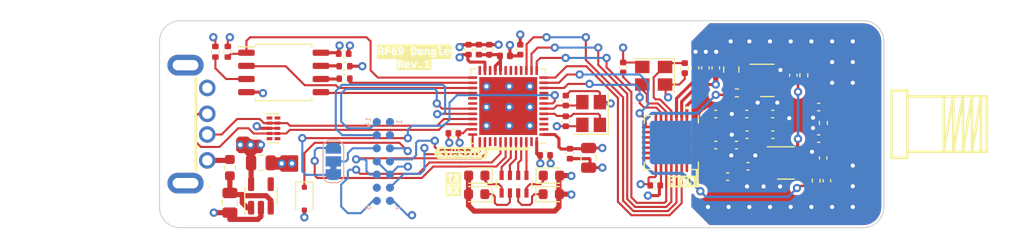
<source format=kicad_pcb>
(kicad_pcb (version 20221018) (generator pcbnew)
  (title_block (title "ConeRGB USB Radio Dongle") (date "2023-05-07") (rev "1") (company "https://cone.codes") (comment 1 "Connor Rigby"))
  (layers (0 "F.Cu" signal) (1 "In1.Cu" signal) (2 "In2.Cu" signal) (31 "B.Cu" signal) (34 "B.Paste" user) (35 "F.Paste" user) (36 "B.SilkS" user "B.Silkscreen") (37 "F.SilkS" user "F.Silkscreen") (38 "B.Mask" user) (39 "F.Mask" user) (44 "Edge.Cuts" user))
  (net 0 "")
  (net 1 "/RF69_ANTENNA")
  (net 2 "GND")
  (net 3 "VDD")
  (net 4 "VDDA")
  (net 5 "/RCC_OSC_IN")
  (net 6 "/RCC_OSC_OUT")
  (net 7 "/VIN")
  (net 8 "/VR_PA")
  (net 9 "/PA_BOOST_PA")
  (net 10 "/PA_BOOST_PA_MATCH")
  (net 11 "/PA_BOOST_PA_FILTER")
  (net 12 "/J2")
  (net 13 "/VR_ANA")
  (net 14 "/VR_DIG")
  (net 15 "/XTA")
  (net 16 "/XTB")
  (net 17 "/RFIO_MATCH")
  (net 18 "/RF_IO")
  (net 19 "/J3")
  (net 20 "/J1")
  (net 21 "/RF69_ANT_MATCH")
  (net 22 "/V1")
  (net 23 "/V2")
  (net 24 "/DEBUG_VDD")
  (net 25 "Net-(D102-K)")
  (net 26 "Net-(D103-K)")
  (net 27 "Net-(D104-K)")
  (net 28 "Net-(D105-K)")
  (net 29 "/USB.VBUS")
  (net 30 "/USB.DN")
  (net 31 "/USB.DP")
  (net 34 "/JTAG.MS")
  (net 35 "/JTAG.CK")
  (net 36 "/JTAG.DO")
  (net 38 "/JTAG.DI")
  (net 39 "Net-(J102-~{RST})")
  (net 40 "/USART1.RX")
  (net 41 "/USART1.TX")
  (net 42 "/~{RESET}")
  (net 43 "/JTAG.RST")
  (net 44 "/PA_BOOST")
  (net 45 "/RXTX_NOR")
  (net 46 "/~{SPI2.SS}")
  (net 47 "/FLASH_SCK")
  (net 48 "/SPI2.SCK")
  (net 49 "/FLASH_WP")
  (net 50 "/FLASH_HOLD")
  (net 51 "/RXTX")
  (net 52 "/USB_TX")
  (net 53 "/USB_RX")
  (net 54 "/RF_RX")
  (net 55 "/RF_TX")
  (net 62 "/RADIO_IRQ")
  (net 63 "/~{SPI1.SS}")
  (net 64 "/SPI1.SCK")
  (net 65 "/SPI1.MISO")
  (net 66 "/SPI1.MOSI")
  (net 74 "/~{RADIO_RESET}")
  (net 78 "/SPI2.MISO")
  (net 79 "/SPI2.MOSI")
  (footprint "Capacitor_SMD:C_0805_2012Metric" (layer "F.Cu") (at 84.955 74.9075)
    (fp_text reference "C112" hide)
    (fp_text value "C_0805_10u_X5R" hide)
  )
  (footprint "Capacitor_SMD:C_0402_1005Metric" (layer "F.Cu") (at 131.911573 70.19)
    (fp_text reference "C805" hide)
    (fp_text value "C_0402_6p8_C0G" hide)
  )
  (footprint "Capacitor_SMD:C_0402_1005Metric" (layer "F.Cu") (at 114.4175 68.89 90)
    (fp_text reference "C109" hide)
    (fp_text value "C_0402_1p8_C0G" hide)
  )
  (footprint "Resistor_SMD:R_0402_1005Metric" (layer "F.Cu") (at 93.035 65.57 180)
    (fp_text reference "R104" hide)
    (fp_text value "R_0402_10k" hide)
  )
  (footprint "Capacitor_SMD:C_0402_1005Metric" (layer "F.Cu") (at 114.4175 70.890001 -90)
    (fp_text reference "C108" hide)
    (fp_text value "C_0402_1p8_C0G" hide)
  )
  (footprint "Capacitor_SMD:C_0402_1005Metric" (layer "F.Cu") (at 105.022499 63.97 90)
    (fp_text reference "C101" hide)
    (fp_text value "C_0402_100nf_X7R" hide)
  )
  (footprint "Inductor_SMD:L_0402_1005Metric" (layer "F.Cu") (at 108.5375 64.57)
    (fp_text reference "FB101" hide)
    (fp_text value "~" hide)
  )
  (footprint "Capacitor_SMD:C_0805_2012Metric" (layer "F.Cu") (at 116.6175 74.422502 -90)
    (fp_text reference "C113" hide)
    (fp_text value "C_0805_4u7_X5R" hide)
  )
  (footprint "Capacitor_SMD:C_0402_1005Metric" (layer "F.Cu") (at 139.651573 76.635001 90)
    (fp_text reference "C829" hide)
    (fp_text value "C_0402_1nf_X7R" hide)
  )
  (footprint "Package_SO:SOIC-8_5.23x5.23mm_P1.27mm" (layer "F.Cu") (at 87.155 66.17)
    (fp_text reference "U102" hide)
    (fp_text value "W25Q16JVSSIQ" hide)
  )
  (footprint "Capacitor_SMD:C_0402_1005Metric" (layer "F.Cu") (at 123.061573 77.09)
    (fp_text reference "C813" hide)
    (fp_text value "C_0402_100nf_X7R" hide)
  )
  (footprint "Capacitor_SMD:C_0402_1005Metric" (layer "F.Cu") (at 110.0175 63.97 90)
    (fp_text reference "C106" hide)
    (fp_text value "C_0402_1u_X5R" hide)
  )
  (footprint "Package_SON:USON-10_2.5x1.0mm_P0.5mm" (layer "F.Cu") (at 86.17 71.570499)
    (fp_text reference "U104" hide)
    (fp_text value "TPD4E02B04DQA" hide)
  )
  (footprint "Resistor_SMD:R_0402_1005Metric" (layer "F.Cu") (at 80.555 64.17 -90)
    (fp_text reference "R103" hide)
    (fp_text value "R_0402_10k" hide)
  )
  (footprint "Package_DFN_QFN:QFN-48-1EP_7x7mm_P0.5mm_EP5.6x5.6mm" (layer "F.Cu") (at 108.855 69.42 180)
    (fp_text reference "U101" hide)
    (fp_text value "STM32G431CBUx" hide)
  )
  (footprint "Capacitor_SMD:C_0402_1005Metric" (layer "F.Cu") (at 132.011573 75.24)
    (fp_text reference "C823" hide)
    (fp_text value "C_0402_100p_C0G" hide)
  )
  (footprint "kibuzzard-645835C4" (layer "F.Cu") (at 103.555 76.37)
    (fp_text reference "kibuzzard-645835C4" hide)
    (fp_text value "G***" hide)
  )
  (footprint "LCSC_Antenna:SMA-SMD_BWSMA-KE-P001" (layer "F.Cu") (at 149.155 71.170152)
    (fp_text reference "ANT101" hide)
    (fp_text value "BWSMA-KE-P001" hide)
  )
  (footprint "Capacitor_SMD:C_0402_1005Metric" (layer "F.Cu") (at 92.955 64.37)
    (fp_text reference "C110" hide)
    (fp_text value "C_0402_100nf_X7R" hide)
  )
  (footprint "Inductor_SMD:L_0402_1005Metric" (layer "F.Cu") (at 131.926573 71.19)
    (fp_text reference "L803" hide)
    (fp_text value "L_0402_5n6" hide)
  )
  (footprint "Capacitor_SMD:C_0402_1005Metric" (layer "F.Cu") (at 112.4175 74.17)
    (fp_text reference "C104" hide)
    (fp_text value "C_0402_100nf_X7R" hide)
  )
  (footprint "Resistor_SMD:R_0402_1005Metric" (layer "F.Cu") (at 138.616574 76.63 90)
    (fp_text reference "R803" hide)
    (fp_text value "R_0402_100k" hide)
  )
  (footprint "LCSC_Connector:USB-A-TH_48037-0001" (layer "F.Cu") (at 78.719846 71.17 -90)
    (fp_text reference "J101" hide)
    (fp_text value "USB_A" hide)
  )
  (footprint "Capacitor_SMD:C_0402_1005Metric" (layer "F.Cu") (at 134.431573 72.19)
    (fp_text reference "C807" hide)
    (fp_text value "C_0402_3p3_C0G" hide)
  )
  (footprint "Capacitor_SMD:C_0402_1005Metric" (layer "F.Cu") (at 136.411573 66.44 -90)
    (fp_text reference "C828" hide)
    (fp_text value "C_0402_1nf_X7R" hide)
  )
  (footprint "Resistor_SMD:R_0402_1005Metric" (layer "F.Cu") (at 93.035 66.77)
    (fp_text reference "R102" hide)
    (fp_text value "R_0402_0" hide)
  )
  (footprint "Capacitor_SMD:C_0402_1005Metric" (layer "F.Cu") (at 139.291573 74.435 90)
    (fp_text reference "C825" hide)
    (fp_text value "C_0402_100p_C0G" hide)
  )
  (footprint "Capacitor_SMD:C_0402_1005Metric" (layer "F.Cu") (at 128.911573 73.19 180)
    (fp_text reference "C802" hide)
    (fp_text value "C_0402_8p2_C0G" hide)
  )
  (footprint "Capacitor_SMD:C_0402_1005Metric" (layer "F.Cu") (at 106.0225 63.97 90)
    (fp_text reference "C107" hide)
    (fp_text value "C_0402_100nf_X7R" hide)
  )
  (footprint "Capacitor_SMD:C_0402_1005Metric" (layer "F.Cu") (at 134.411573 70.19)
    (fp_text reference "C806" hide)
    (fp_text value "C_0402_DNP" hide)
  )
  (footprint "Inductor_SMD:L_0402_1005Metric" (layer "F.Cu") (at 128.926573 72.19)
    (fp_text reference "L801" hide)
    (fp_text value "L_0402_2n7" hide)
  )
  (footprint "LED_SMD:LED_0603_1608Metric" (layer "F.Cu") (at 113.0175 77.9325)
    (fp_text reference "D103" hide)
    (fp_text value "LED_0603_GREEN" hide)
  )
  (footprint "Crystal:Crystal_SMD_3225-4Pin_3.2x2.5mm" (layer "F.Cu") (at 122.911573 66.49 180)
    (fp_text reference "Y801" hide)
    (fp_text value "32_Mhz" hide)
  )
  (footprint "Capacitor_SMD:C_0805_2012Metric" (layer "F.Cu") (at 81.955 78.77 -90)
    (fp_text reference "C111" hide)
    (fp_text value "C_0805_10u_X5R" hide)
  )
  (footprint "kibuzzard-64583712" (layer "F.Cu") (at 125.615 76.71)
    (fp_text reference "kibuzzard-64583712" hide)
    (fp_text value "G***" hide)
  )
  (footprint "Package_TO_SOT_SMD:SOT-23-5" (layer "F.Cu") (at 84.955 78.1075 90)
    (fp_text reference "U103" hide)
    (fp_text value "SPX3819M5-L-3-3_TR" hide)
  )
  (footprint "Capacitor_SMD:C_0402_1005Metric" (layer "F.Cu") (at 126.911573 65.73 90)
    (fp_text reference "C810" hide)
    (fp_text value "C_0402_100nf_X7R" hide)
  )
  (footprint "Resistor_SMD:R_Array_Concave_4x0603" (layer "F.Cu") (at 109.4175 76.97 -90)
    (fp_text reference "RN101" hide)
    (fp_text value "1k" hide)
  )
  (footprint "Inductor_SMD:L_0402_1005Metric" (layer "F.Cu") (at 128.911573 71.19)
    (fp_text reference "L802" hide)
    (fp_text value "L_0402_22n" hide)
  )
  (footprint "Resistor_SMD:R_0402_1005Metric" (layer "F.Cu") (at 130.951573 68.15)
    (fp_text reference "R805" hide)
    (fp_text value "R_0402_10k" hide)
  )
  (footprint "Package_DFN_QFN:QFN-28-1EP_5x5mm_P0.5mm_EP3.75x3.75mm_ThermalVias" (layer "F.Cu") (at 124.6175 72.946599 -90)
    (fp_text reference "U801" hide)
    (fp_text value "RF69" hide)
  )
  (footprint "Capacitor_SMD:C_0402_1005Metric" (layer "F.Cu") (at 119.961573 65.69 -90)
    (fp_text reference "C812" hide)
    (fp_text value "C_0402_22p_C0G" hide)
  )
  (footprint "Package_TO_SOT_SMD:SOT-23" (layer "F.Cu") (at 133.899073 66.94)
    (fp_text reference "Q801" hide)
    (fp_text value "BC817" hide)
  )
  (footprint "Capacitor_SMD:C_0402_1005Metric" (layer "F.Cu") (at 128.911573 65.73 90)
    (fp_text reference "C808" hide)
    (fp_text value "C_0402_100nf_X7R" hide)
  )
  (footprint "Inductor_SMD:L_0402_1005Metric" (layer "F.Cu") (at 134.411573 71.19)
    (fp_text reference "L804" hide)
    (fp_text value "L_0402_5n6" hide)
  )
  (footprint "kibuzzard-64583646" (layer "F.Cu") (at 104.355 73.97)
    (fp_text reference "kibuzzard-64583646" hide)
    (fp_text value "G***" hide)
  )
  (footprint "Resistor_SMD:R_0402_1005Metric" (layer "F.Cu") (at 137.424073 66.44 -90)
    (fp_text reference "R802" hide)
    (fp_text value "R_0402_100k" hide)
  )
  (footprint "Capacitor_SMD:C_0402_1005Metric" (layer "F.Cu") (at 130.911573 73.19)
    (fp_text reference "C803" hide)
    (fp_text value "C_0402_22p_C0G" hide)
  )
  (footprint "Resistor_SMD:R_0402_1005Metric" (layer "F.Cu") (at 81.755 64.17 -90)
    (fp_text reference "R101" hide)
    (fp_text value "R_0402_10k" hide)
  )
  (footprint "Capacitor_SMD:C_0402_1005Metric" (layer "F.Cu") (at 114.8175 74.022501 -90)
    (fp_text reference "C102" hide)
    (fp_text value "C_0402_100nf_X7R" hide)
  )
  (footprint "Diode_SMD:D_SOD-323F" (layer "F.Cu") (at 89.155 78.37 -90)
    (fp_text reference "D101" hide)
    (fp_text value "30v 230mv@100ma 1A" hide)
  )
  (footprint "Capacitor_SMD:C_0402_1005Metric" (layer "F.Cu") (at 131.931573 72.19)
    (fp_text reference "C804" hide)
    (fp_text value "C_0402_DNP" hide)
  )
  (footprint "Capacitor_SMD:C_0402_1005Metric" (layer "F.Cu") (at 125.911573 65.749999 90)
    (fp_text reference "C811" hide)
    (fp_text value "C_0402_22p_C0G" hide)
  )
  (footprint "Inductor_SMD:L_0402_1005Metric" (layer "F.Cu") (at 128.561573 75.704999 90)
    (fp_text reference "L805" hide)
    (fp_text value "L_0402_120n" hide)
  )
  (footprint "Capacitor_SMD:C_0402_1005Metric" (layer "F.Cu") (at 138.861573 69.515001)
    (fp_text reference "C827" hide)
    (fp_text value "C_0402_DNP" hide)
  )
  (footprint "LED_SMD:LED_0603_1608Metric" (layer "F.Cu") (at 105.8175 76.1325 180)
    (fp_text reference "D102" hide)
    (fp_text value "LED_0603_GREEN" hide)
  )
  (footprint "Capacitor_SMD:C_0402_1005Metric" (layer "F.Cu") (at 103.555 72.05 180)
    (fp_text reference "C103" hide)
    (fp_text value "C_0402_100nf_X7R" hide)
  )
  (footprint "Capacitor_SMD:C_0402_1005Metric" (layer "F.Cu") (at 128.911573 70.19)
    (fp_text reference "C801" hide)
    (fp_text value "C_0402_10n_C0G" hide)
  )
  (footprint "Capacitor_SMD:C_0402_1005Metric" (layer "F.Cu") (at 127.911573 65.73 90)
    (fp_text reference "C809" hide)
    (fp_text value "C_0402_100nf_X7R" hide)
  )
  (footprint "kibuzzard-64583550" (layer "F.Cu") (at 99.755 65.37)
    (fp_text reference "kibuzzard-64583550" hide)
    (fp_text value "G***" hide)
  )
  (footprint "Inductor_SMD:L_0402_1005Metric" (layer "F.Cu") (at 130.061573 75.24 180)
    (fp_text reference "C815" hide)
    (fp_text value "L_0402_5n6" hide)
  )
  (footprint "Capacitor_SMD:C_0805_2012Metric" (layer "F.Cu") (at 130.411573 65.89 90)
    (fp_text reference "C816" hide)
    (fp_text value "C_0805_10u_X5R" hide)
  )
  (footprint "Capacitor_SMD:C_0402_1005Metric" (layer "F.Cu") (at 107.0225 63.97 90)
    (fp_text reference "C105" hide)
    (fp_text value "C_0402_100nf_X7R" hide)
  )
  (footprint "kibuzzard-64583571" (layer "F.Cu") (at 99.755 64.17)
    (fp_text reference "kibuzzard-64583571" hide)
    (fp_text value "G***" hide)
  )
  (footprint "Capacitor_SMD:C_0402_1005Metric" (layer "F.Cu") (at 130.061573 76.24 180)
    (fp_text reference "C814" hide)
    (fp_text value "C_0402_5p6_C0G" hide)
  )
  (footprint "Package_TO_SOT_SMD:SOT-23-6" (layer "F.Cu") (at 135.686573 74.915)
    (fp_text reference "U802" hide)
    (fp_text value "AS193-73LF" hide)
  )
  (footprint "LED_SMD:LED_0603_1608Metric" (layer "F.Cu") (at 105.805 77.932499 180)
    (fp_text reference "D104" hide)
    (fp_text value "LED_0603_YELLOW" hide)
  )
  (footprint "Resistor_SMD:R_0402_1005Metric" (layer "F.Cu") (at 139.311573 71.049999 90)
    (fp_text reference "R804" hide)
    (fp_text value "R_0402_0" hide)
  )
  (footprint "LED_SMD:LED_0603_1608Metric" (layer "F.Cu") (at 113.03 76.132501)
    (fp_text reference "D105" hide)
    (fp_text value "LED_0603_YELLOW" hide)
  )
  (footprint "Inductor_SMD:L_0603_1608Metric" (layer "F.Cu") (at 81.955 75.37 -90)
    (fp_text reference "FB102" hide)
    (fp_text value "380mΩ ±25% 600Ω@100MHz" hide)
  )
  (footprint "Crystal:Crystal_SMD_3225-4Pin_3.2x2.5mm" (layer "F.Cu") (at 116.8675 70.14 90)
    (fp_text reference "Y101" hide)
    (fp_text value "32_Mhz" hide)
  )
  (footprint "kibuzzard-645835D2" (layer "F.Cu") (at 103.555 77.57)
    (fp_text reference "kibuzzard-645835D2" hide)
    (fp_text value "G***" hide)
  )
  (footprint "Capacitor_SMD:C_0402_1005Metric" (layer "F.Cu") (at 138.851573 72.565001)
    (fp_text reference "C826" hide)
    (fp_text value "C_0402_DNP" hide)
  )
  (footprint "LCSC_Connector:TC2070-IDC-FP" (layer "B.Cu") (at 96.79 74.77 -90)
    (fp_text reference "J102" hide)
    (fp_text value "Conn_ST_STDC14" hide)
  )
  (footprint "Jumper:SolderJumper-3_P1.3mm_Bridged12_RoundedPad1.0x1.5mm_NumberLabels" (layer "B.Cu") (at 91.955 74.77 90)
    (fp_text reference "JP101" hide)
    (fp_text value "SolderJumper_3_Bridged12" hide)
  )
  (gr_line (start 106.655 73.55) (end 110.855 73.55) (stroke (width 0.3)) (layer "F.SilkS"))
  (gr_line (start 127.125 77.13) (end 127.125 75.65) (stroke (width 0.3)) (layer "F.SilkS"))
  (gr_circle (center 126.131572 69.59) (end 126.131572 69.49) (stroke (width 0.12)) (fill solid) (layer "F.SilkS"))
  (gr_line (start 127.085 77.14) (end 126.835 77.14) (stroke (width 0.3)) (layer "F.SilkS"))
  (gr_line (start 145.155 63.17) (end 145.155 79.17) (stroke (width 0.1)) (layer "Edge.Cuts"))
  (gr_arc (start 77.155 81.17) (mid 75.740786 80.584214) (end 75.155 79.17) (stroke (width 0.1)) (layer "Edge.Cuts"))
  (gr_arc (start 145.155 79.17) (mid 144.569214 80.584214) (end 143.155 81.17) (stroke (width 0.1)) (layer "Edge.Cuts"))
  (gr_arc (start 143.155 61.17) (mid 144.569214 61.755786) (end 145.155 63.17) (stroke (width 0.1)) (layer "Edge.Cuts"))
  (gr_line (start 143.155 81.17) (end 77.155 81.17) (stroke (width 0.1)) (layer "Edge.Cuts"))
  (gr_line (start 77.155 61.17) (end 143.155 61.17) (stroke (width 0.1)) (layer "Edge.Cuts"))
  (gr_arc (start 75.155 63.17) (mid 75.740786 61.755786) (end 77.155 61.17) (stroke (width 0.1)) (layer "Edge.Cuts"))
  (gr_line (start 75.155 79.17) (end 75.155 63.17) (stroke (width 0.1)) (layer "Edge.Cuts"))
  (segment (start 140.355 70.97) (end 140.555 71.17) (width 0.3) (layer "F.Cu") (net 1))
  (segment (start 140.555 71.17) (end 143.205013 71.17) (width 0.3) (layer "F.Cu") (net 1))
  (segment (start 139.341573 69.515001) (end 140.100001 69.515001) (width 0.3) (layer "F.Cu") (net 1))
  (segment (start 140.355 69.77) (end 140.355 70.97) (width 0.3) (layer "F.Cu") (net 1))
  (segment (start 140.100001 69.515001) (end 140.355 69.77) (width 0.3) (layer "F.Cu") (net 1))
  (segment (start 139.311573 70.54) (end 139.311573 69.545) (width 0.23) (layer "F.Cu") (net 1))
  (segment (start 138.371573 72.565) (end 138.371572 71.600001) (width 0.23) (layer "F.Cu") (net 2))
  (segment (start 127.08 73.946599) (end 127.480152 73.946599) (width 0.2) (layer "F.Cu") (net 2))
  (segment (start 127.08 73.946599) (end 126.3175 73.946599) (width 0.2) (layer "F.Cu") (net 2))
  (segment (start 125.911573 66.229999) (end 125.911573 66.809999) (width 0.2) (layer "F.Cu") (net 2))
  (segment (start 104.385 63.49) (end 104.155 63.72) (width 0.3) (layer "F.Cu") (net 2))
  (segment (start 118.625 69.04) (end 118.755 69.17) (width 0.2) (layer "F.Cu") (net 2))
  (segment (start 116.687501 74.502501) (end 116.755 74.57) (width 0.3) (layer "F.Cu") (net 2))
  (segment (start 110.0175 63.49) (end 110.0175 62.507502) (width 0.3) (layer "F.Cu") (net 2))
  (segment (start 127.811572 74.27802) (end 127.811572 76.19) (width 0.2) (layer "F.Cu") (net 2))
  (segment (start 84.755499 71.570499) (end 84.555 71.37) (width 0.3) (layer "F.Cu") (net 2))
  (segment (start 86.555 71.570499) (end 84.755499 71.570499) (width 0.2) (layer "F.Cu") (net 2))
  (segment (start 114.4175 71.370001) (end 115.887499 71.370001) (width 0.2) (layer "F.Cu") (net 2))
  (segment (start 127.08 72.946599) (end 127.668172 72.946598) (width 0.2) (layer "F.Cu") (net 2))
  (segment (start 85.785 71.570499) (end 84.755499 71.570499) (width 0.3) (layer "F.Cu") (net 2))
  (segment (start 128.561573 76.189999) (end 129.531573 76.19) (width 0.23) (layer "F.Cu") (net 2))
  (segment (start 112.8975 74.9125) (end 112.955 74.97) (width 0.3) (layer "F.Cu") (net 2))
  (segment (start 119.961573 63.776573) (end 119.955 63.77) (width 0.2) (layer "F.Cu") (net 2))
  (segment (start 123.344001 78.070999) (end 122.355 78.070999) (width 0.3) (layer "F.Cu") (net 2))
  (segment (start 128.911573 64.213427) (end 128.955 64.17) (width 0.3) (layer "F.Cu") (net 2))
  (segment (start 127.811572 76.19) (end 128.411572 76.19) (width 0.2) (layer "F.Cu") (net 2))
  (segment (start 114.850265 67.977235) (end 117.554735 67.977235) (width 0.2) (layer "F.Cu") (net 2))
  (segment (start 131.431573 70.19) (end 130.461572 70.19) (width 0.23) (layer "F.Cu") (net 2))
  (segment (start 113.555001 71.370001) (end 113.555 71.37) (width 0.2) (layer "F.Cu") (net 2))
  (segment (start 83.555 68.075) (end 85.06 68.075) (width 0.3) (layer "F.Cu") (net 2))
  (segment (start 81.955 80.37) (end 81.955 79.72) (width 0.5) (layer "F.Cu") (net 2))
  (segment (start 124.061573 67.34) (end 124.061573 68.335776) (width 0.2) (layer "F.Cu") (net 2))
  (segment (start 114.8175 74.502501) (end 116.687501 74.502501) (width 0.3) (layer "F.Cu") (net 2))
  (segment (start 130.411573 64.94) (end 130.411573 63.226573) (width 0.3) (layer "F.Cu") (net 2))
  (segment (start 129.391573 70.19) (end 130.461572 70.19) (width 0.23) (layer "F.Cu") (net 2))
  (segment (start 119.961573 65.21) (end 119.961573 63.776573) (width 0.2) (layer "F.Cu") (net 2))
  (segment (start 123.461573 77.169999) (end 123.461573 77.953427) (width 0.3) (layer "F.Cu") (net 2))
  (segment (start 80.405002 79.72) (end 80.405001 79.719999) (width 0.5) (layer "F.Cu") (net 2))
  (segment (start 84.955 79.245) (end 84.955 80.088014) (width 0.5) (layer "F.Cu") (net 2))
  (segment (start 124.061573 68.335776) (end 124.305051 68.579254) (width 0.2) (layer "F.Cu") (net 2))
  (segment (start 125.381572 67.34) (end 124.011574 67.34) (width 0.2) (layer "F.Cu") (net 2))
  (segment (start 136.411573 65.96) (end 135.181573 65.96) (width 0.25) (layer "F.Cu") (net 2))
  (segment (start 127.08 72.946599) (end 126.0175 72.946599) (width 0.2) (layer "F.Cu") (net 2))
  (segment (start 127.911573 64.213427) (end 127.955 64.17) (width 0.3) (layer "F.Cu") (net 2))
  (segment (start 115.887499 71.370001) (end 116.0175 71.24) (width 0.2) (layer "F.Cu") (net 2))
  (segment (start 81.955 79.72) (end 80.405002 79.72) (width 0.5) (layer "F.Cu") (net 2))
  (segment (start 112.8975 74.17) (end 112.8975 74.9125) (width 0.3) (layer "F.Cu") (net 2))
  (segment (start 117.7175 68.14) (end 117.7175 69.04) (width 0.2) (layer "F.Cu") (net 2))
  (segment (start 127.480152 73.946599) (end 127.811572 74.27802) (width 0.2) (layer "F.Cu") (net 2))
  (segment (start 117.7175 69.04) (end 118.625 69.04) (width 0.2) (layer "F.Cu") (net 2))
  (segment (start 116.755 74.57) (end 116.755 75.235002) (width 0.3) (layer "F.Cu") (net 2))
  (segment (start 138.381573 70.47) (end 138.311573 70.54) (width 0.23) (layer "F.Cu") (net 2))
  (segment (start 132.961573 67.89) (end 132.961573 69.09) (width 0.23) (layer "F.Cu") (net 2))
  (segment (start 123.617499 75.409099) (end 123.617499 77.014073) (width 0.2) (layer "F.Cu") (net 2))
  (segment (start 93.435 64.37) (end 93.435 63.69) (width 0.3) (layer "F.Cu") (net 2))
  (segment (start 84.673014 80.37) (end 81.955 80.37) (width 0.5) (layer "F.Cu") (net 2))
  (segment (start 93.435 63.69) (end 93.555 63.57) (width 0.3) (layer "F.Cu") (net 2))
  (segment (start 85.06 68.075) (end 85.155 68.17) (width 0.3) (layer "F.Cu") (net 2))
  (segment (start 128.911573 65.25) (end 128.911573 64.213427) (width 0.3) (layer "F.Cu") (net 2))
  (segment (start 138.381573 69.515001) (end 138.381573 70.47) (width 0.23) (layer "F.Cu") (net 2))
  (segment (start 127.668172 72.946598) (end 127.911573 73.189999) (width 0.2) (layer "F.Cu") (net 2))
  (segment (start 123.461573 77.953427) (end 123.344001 78.070999) (width 0.3) (layer "F.Cu") (net 2))
  (segment (start 135.181573 65.96) (end 135.161573 65.94) (width 0.25) (layer "F.Cu") (net 2))
  (segment (start 103.075 72.05) (end 103.075 72.89) (width 0.2) (layer "F.Cu") (net 2))
  (segment (start 127.911573 65.25) (end 127.911573 64.213427) (width 0.3) (layer "F.Cu") (net 2))
  (segment (start 107.924998 63.49) (end 107.924999 63.489999) (width 0.3) (layer "F.Cu") (net 2))
  (segment (start 107.0225 63.49) (end 107.924998 63.49) (width 0.3) (layer "F.Cu") (net 2))
  (segment (start 119.961574 65.21) (end 121.381573 65.21) (width 0.2) (layer "F.Cu") (net 2))
  (segment (start 84.955 80.088014) (end 84.673014 80.37) (width 0.5) (layer "F.Cu") (net 2))
  (segment (start 110.0175 62.507502) (end 110.017499 62.507501) (width 0.3) (layer "F.Cu") (net 2))
  (segment (start 130.411573 63.226573) (end 130.355 63.17) (width 0.3) (layer "F.Cu") (net 2))
  (segment (start 126.911573 64.213427) (end 126.955 64.17) (width 0.3) (layer "F.Cu") (net 2))
  (segment (start 127.911573 73.189999) (end 128.431573 73.19) (width 0.2) (layer "F.Cu") (net 2))
  (segment (start 116.755 75.235002) (end 116.6175 75.372502) (width 0.3) (layer "F.Cu") (net 2))
  (segment (start 138.371572 71.600001) (end 138.311573 71.54) (width 0.23) (layer "F.Cu") (net 2))
  (segment (start 105.022499 63.49) (end 104.385 63.49) (width 0.3) (layer "F.Cu") (net 2))
  (segment (start 117.554735 67.977235) (end 117.7175 68.14) (width 0.2) (layer "F.Cu") (net 2))
  (segment (start 125.911573 66.809999) (end 125.381572 67.34) (width 0.2) (layer "F.Cu") (net 2))
  (segment (start 114.4175 71.370001) (end 113.555001 71.370001) (width 0.2) (layer "F.Cu") (net 2))
  (segment (start 126.911573 65.25) (end 126.911573 64.213427) (width 0.3) (layer "F.Cu") (net 2))
  (segment (start 105.022499 63.49) (end 107.0225 63.49) (width 0.3) (layer "F.Cu") (net 2))
  (segment (start 123.617499 75.409099) (end 123.6175 73.946599) (width 0.2) (layer "F.Cu") (net 2))
  (segment (start 103.075 72.89) (end 103.155 72.97) (width 0.2) (layer "F.Cu") (net 2))
  (segment (start 116.6175 75.372502) (end 117.955 75.372502) (width 0.3) (layer "F.Cu") (net 2))
  (segment (start 114.4175 68.41) (end 114.850265 67.977235) (width 0.2) (layer "F.Cu") (net 2))
  (via (at 142.155 67.17) (size 0.8) (drill 0.4) (layers "F.Cu" "B.Cu") (net 2))
  (via (at 135.131572 77.19) (size 0.8) (drill 0.4) (layers "F.Cu" "B.Cu") (net 2))
  (via (at 112.955 74.97) (size 0.8) (drill 0.4) (layers "F.Cu" "B.Cu") (net 2))
  (via (at 136.011573 70.59) (size 0.8) (drill 0.4) (layers "F.Cu" "B.Cu") (net 2))
  (via (at 132.155 79.17) (size 0.8) (drill 0.4) (layers "F.Cu" "B.Cu") (net 2))
  (via (at 128.955 64.17) (size 0.8) (drill 0.4) (layers "F.Cu" "B.Cu") (net 2))
  (via (at 124.305051 68.579254) (size 0.8) (drill 0.4) (layers "F.Cu" "B.Cu") (net 2))
  (via (at 130.461573 72.19) (size 0.8) (drill 0.4) (layers "F.Cu" "B.Cu") (net 2))
  (via (at 84.555 71.37) (size 0.8) (drill 0.4) (layers "F.Cu" "B.Cu") (net 2))
  (via (at 108.955 69.52) (size 0.8) (drill 0.4) (layers "F.Cu" "B.Cu") (net 2))
  (via (at 110.955 69.52) (size 0.8) (drill 0.4) (layers "F.Cu" "B.Cu") (net 2))
  (via (at 103.155 72.97) (size 0.8) (drill 0.4) (layers "F.Cu" "B.Cu") (net 2))
  (via (at 104.155 63.72) (size 0.8) (drill 0.4) (layers "F.Cu" "B.Cu") (net 2))
  (via (at 142.155 77.17) (size 0.8) (drill 0.4) (layers "F.Cu" "B.Cu") (net 2))
  (via (at 127.955 64.17) (size 0.8) (drill 0.4) (layers "F.Cu" "B.Cu") (net 2))
  (via (at 138.311573 70.54) (size 0.8) (drill 0.4) (layers "F.Cu" "B.Cu") (net 2))
  (via (at 86.955 74.97) (size 0.8) (drill 0.4) (layers "F.Cu" "B.Cu") (net 2))
  (via (at 140.155 67.17) (size 0.8) (drill 0.4) (layers "F.Cu" "B.Cu") (net 2))
  (via (at 87.955 74.97) (size 0.8) (drill 0.4) (layers "F.Cu" "B.Cu") (net 2))
  (via (at 107.924999 63.489999) (size 0.8) (drill 0.4) (layers "F.Cu" "B.Cu") (net 2))
  (via (at 133.531572 77.19) (size 0.8) (drill 0.4) (layers "F.Cu" "B.Cu") (net 2))
  (via (at 132.961573 69.09) (size 0.8) (drill 0.4) (layers "F.Cu" "B.Cu") (net 2))
  (via (at 118.755 69.17) (size 0.8) (drill 0.4) (layers "F.Cu" "B.Cu") (net 2))
  (via (at 108.955 67.52) (size 0.8) (drill 0.4) (layers "F.Cu" "B.Cu") (net 2))
  (via (at 128.155 79.17) (size 0.8) (drill 0.4) (layers "F.Cu" "B.Cu") (net 2))
  (via (at 132.731572 74.189999) (size 0.8) (drill 0.4) (layers "F.Cu" "B.Cu") (net 2))
  (via (at 110.955 67.52) (size 0.8) (drill 0.4) (layers "F.Cu" "B.Cu") (net 2))
  (via (at 117.955 75.372502) (size 0.8) (drill 0.4) (layers "F.Cu" "B.Cu") (net 2))
  (via (at 138.211573 73.84) (size 0.8) (drill 0.4) (layers "F.Cu" "B.Cu") (net 2))
  (via (at 138.155 63.17) (size 0.8) (drill 0.4) (layers "F.Cu" "B.Cu") (net 2))
  (via (at 80.405001 79.719999) (size 0.8) (drill 0.4) (layers "F.Cu" "B.Cu") (net 2))
  (via (at 119.955 63.77) (size 0.8) (drill 0.4) (layers "F.Cu" "B.Cu") (net 2))
  (via (at 126.955 64.17) (size 0.8) (drill 0.4) (layers "F.Cu" "B.Cu") (net 2))
  (via (at 142.155 63.17) (size 0.8) (drill 0.4) (layers "F.Cu" "B.Cu") (net 2))
  (via (at 138.155 79.17) (size 0.8) (drill 0.4) (layers "F.Cu" "B.Cu") (net 2))
  (via (at 134.155 79.17) (size 0.8) (drill 0.4) (layers "F.Cu" "B.Cu") (net 2))
  (via (at 99.555 79.97) (size 0.8) (drill 0.4) (layers "F.Cu" "B.Cu") (net 2))
  (via (at 110.955 71.32) (size 0.8) (drill 0.4) (layers "F.Cu" "B.Cu") (net 2))
  (via (at 106.755 69.52) (size 0.8) (drill 0.4) (layers "F.Cu" "B.Cu") (net 2))
  (via (at 131.931572 77.19) (size 0.8) (drill 0.4) (layers "F.Cu" "B.Cu") (net 2))
  (via (at 134.861573 69.09) (size 0.8) (drill 0.4) (layers "F.Cu" "B.Cu") (net 2))
  (via (at 142.155 79.17) (size 0.8) (drill 0.4) (layers "F.Cu" "B.Cu") (net 2))
  (via (at 140.155 65.17) (size 0.8) (drill 0.4) (layers "F.Cu" "B.Cu") (net 2))
  (via (at 122.355 78.070999) (size 0.8) (drill 0.4) (layers "F.Cu" "B.Cu") (net 2))
  (via (at 140.155 63.17) (size 0.8) (drill 0.4) (layers "F.Cu" "B.Cu") (net 2))
  (via (at 142.155 65.17) (size 0.8) (drill 0.4) (layers "F.Cu" "B.Cu") (net 2))
  (via (at 106.755 71.32) (size 0.8) (drill 0.4) (layers "F.Cu" "B.Cu") (net 2))
  (via (at 130.461572 70.19) (size 0.8) (drill 0.4) (layers "F.Cu" "B.Cu") (net 2))
  (via (at 113.555 71.37) (size 0.8) (drill 0.4) (layers "F.Cu" "B.Cu") (net 2))
  (via (at 142.155 75.17) (size 0.8) (drill 0.4) (layers "F.Cu" "B.Cu") (net 2))
  (via (at 106.755 67.52) (size 0.8) (drill 0.4) (layers "F.Cu" "B.Cu") (net 2))
  (via (at 99.155 75.2695) (size 0.8) (drill 0.4) (layers "F.Cu" "B.Cu") (net 2))
  (via (at 140.155 79.17) (size 0.8) (drill 0.4) (layers "F.Cu" "B.Cu") (net 2))
  (via (at 132.155 63.17) (size 0.8) (drill 0.4) (layers "F.Cu" "B.Cu") (net 2))
  (via (at 130.411573 74.189999) (size 0.8) (drill 0.4) (layers "F.Cu" "B.Cu") (net 2))
  (via (at 136.155 79.17) (size 0.8) (drill 0.4) (layers "F.Cu" "B.Cu") (net 2))
  (via (at 134.155 63.17) (size 0.8) (drill 0.4) (layers "F.Cu" "B.Cu") (net 2))
  (via (at 135.161573 65.94) (size 0.8) (drill 0.4) (layers "F.Cu" "B.Cu") (net 2))
  (via (at 136.155 63.17) (size 0.8) (drill 0.4) (layers "F.Cu" "B.Cu") (net 2))
  (via (at 130.155 79.17) (size 0.8) (drill 0.4) (layers "F.Cu" "B.Cu") (net 2))
  (via (at 108.955 71.32) (size 0.8) (drill 0.4) (layers "F.Cu" "B.Cu") (net 2))
  (via (at 85.155 68.17) (size 0.8) (drill 0.4) (layers "F.Cu" "B.Cu") (net 2))
  (via (at 93.555 63.57) (size 0.8) (drill 0.4) (layers "F.Cu" "B.Cu") (net 2))
  (via (at 138.311573 71.54) (size 0.8) (drill 0.4) (layers "F.Cu" "B.Cu") (net 2))
  (via (at 110.017499 62.507501) (size 0.8) (drill 0.4) (layers "F.Cu" "B.Cu") (net 2))
  (via (at 130.355 63.17) (size 0.8) (drill 0.4) (layers "F.Cu" "B.Cu") (net 2))
  (segment (start 97.730718 78.58) (end 99.120718 79.97) (width 0.2) (layer "B.Cu") (net 2))
  (segment (start 96.155 74.77) (end 97.425 76.04) (width 0.2) (layer "B.Cu") (net 2))
  (segment (start 99.120718 79.97) (end 99.555 79.97) (width 0.2) (layer "B.Cu") (net 2))
  (segment (start 97.425 78.58) (end 97.730718 78.58) (width 0.2) (layer "B.Cu") (net 2))
  (segment (start 98.1955 75.2695) (end 99.155 75.2695) (width 0.2) (layer "B.Cu") (net 2))
  (segment (start 97.425 76.04) (end 98.1955 75.2695) (width 0.2) (layer "B.Cu") (net 2))
  (segment (start 104.035 72.85) (end 104.155 72.97) (width 0.2) (layer "F.Cu") (net 3))
  (segment (start 90.755 64.265) (end 92.37 64.265) (width 0.3) (layer "F.Cu") (net 3))
  (segment (start 131.983312 64.89) (end 131.711573 65.161739) (width 0.25) (layer "F.Cu") (net 3))
  (segment (start 109.0225 64.57) (end 109.0225 63.52) (width 0.3) (layer "F.Cu") (net 3))
  (segment (start 122.411573 76.39) (end 122.411573 76.89) (width 0.2) (layer "F.Cu") (net 3))
  (segment (start 128.161573 67.34) (end 128.911573 67.34) (width 0.3) (layer "F.Cu") (net 3))
  (segment (start 131.711573 66.439999) (end 131.511573 66.639999) (width 0.25) (layer "F.Cu") (net 3))
  (segment (start 105.0175 77.932499) (end 105.0175 76.145) (width 0.5) (layer "F.Cu") (net 3))
  (segment (start 84.005 76.97) (end 84.005 74.9075) (width 0.5) (layer "F.Cu") (net 3))
  (segment (start 113.755 79.17) (end 113.755 76.195001) (width 0.5) (layer "F.Cu") (net 3))
  (segment (start 106.605 65.9825) (end 106.605 65.22) (width 0.3) (layer "F.Cu") (net 3))
  (segment (start 111.605 72.8575) (end 111.605 74.02) (width 0.3) (layer "F.Cu") (net 3))
  (segment (start 80.555 63.66) (end 80.555 62.97) (width 0.2) (layer "F.Cu") (net 3))
  (segment (start 92.475 64.37) (end 92.475 63.65) (width 0.3) (layer "F.Cu") (net 3))
  (segment (start 113.755 73.37) (end 113.955 73.57) (width 0.3) (layer "F.Cu") (net 3))
  (segment (start 104.035 72.05) (end 104.035 72.85) (width 0.2) (layer "F.Cu") (net 3))
  (segment (start 123.1175 76.184072) (end 123.011572 76.290001) (width 0.2) (layer "F.Cu") (net 3))
  (segment (start 137.424073 65.93) (end 137.424073 64.89) (width 0.25) (layer "F.Cu") (net 3))
  (segment (start 113.755 76.195001) (end 113.8175 76.132501) (width 0.5) (layer "F.Cu") (net 3))
  (segment (start 105.0175 76.145) (end 105.03 76.1325) (width 0.5) (layer "F.Cu") (net 3))
  (segment (start 104.855 71.67) (end 105.4175 71.67) (width 0.2) (layer "F.Cu") (net 3))
  (segment (start 92.475 63.65) (end 92.555 63.57) (width 0.3) (layer "F.Cu") (net 3))
  (segment (start 104.955 64.517499) (end 105.022499 64.45) (width 0.3) (layer "F.Cu") (net 3))
  (segment (start 89.155 79.47) (end 89.155 80.17) (width 0.3) (layer "F.Cu") (net 3))
  (segment (start 122.581573 77.09) (end 122.461573 76.97) (width 0.2) (layer "F.Cu") (net 3))
  (segment (start 126.117499 70.484099) (end 126.117499 69.384074) (width 0.3) (layer "F.Cu") (net 3))
  (segment (start 126.117499 69.384074) (end 128.161573 67.34) (width 0.3) (layer "F.Cu") (net 3))
  (segment (start 128.911573 67.34) (end 128.911573 66.21) (width 0.5) (layer "F.Cu") (net 3))
  (segment (start 81.755 63.66) (end 81.755 62.97) (width 0.2) (layer "F.Cu") (net 3))
  (segment (start 114.790001 73.57) (end 114.8175 73.542501) (width 0.3) (layer "F.Cu") (net 3))
  (segment (start 122.511573 76.29) (end 122.411573 76.39) (width 0.2) (layer "F.Cu") (net 3))
  (segment (start 123.011572 76.290001) (end 122.511573 76.29) (width 0.2) (layer "F.Cu") (net 3))
  (segment (start 105.555 79.57) (end 113.355 79.57) (width 0.5) (layer "F.Cu") (net 3))
  (segment (start 111.9375 74.17) (end 111.9375 74.9525) (width 0.3) (layer "F.Cu") (net 3))
  (segment (start 105.0175 77.932499) (end 105.0175 79.0325) (width 0.5) (layer "F.Cu") (net 3))
  (segment (start 113.8175 76.132501) (end 114.917501 76.132501) (width 0.5) (layer "F.Cu") (net 3))
  (segment (start 114.8175 73.542501) (end 116.547501 73.542501) (width 0.3) (layer "F.Cu") (net 3))
  (segment (start 116.547501 73.542501) (end 116.6175 73.472502) (width 0.3) (layer "F.Cu") (net 3))
  (segment (start 92.37 64.265) (end 92.475 64.37) (width 0.3) (layer "F.Cu") (net 3))
  (segment (start 113.355 79.57) (end 113.755 79.17) (width 0.5) (layer "F.Cu") (net 3))
  (segment (start 106.555 65.17) (end 105.155 65.17) (width 0.3) (layer "F.Cu") (net 3))
  (segment (start 122.461573 76.97) (end 121.653003 76.97) (width 0.2) (layer "F.Cu") (net 3))
  (segment (start 109.8975 64.57) (end 110.0175 64.45) (width 0.3) (layer "F.Cu") (net 3))
  (segment (start 104.955 64.97) (end 104.955 64.517499) (width 0.3) (layer "F.Cu") (net 3))
  (segment (start 93.545 65.57) (end 94.755 65.57) (width 0.3) (layer "F.Cu") (net 3))
  (segment (start 137.424073 64.89) (end 131.983312 64.89) (width 0.25) (layer "F.Cu") (net 3))
  (segment (start 113.805 77.9325) (end 114.9175 77.9325) (width 0.5) (layer "F.Cu") (net 3))
  (segment (start 104.035 72.05) (end 104.475 72.05) (width 0.2) (layer "F.Cu") (net 3))
  (segment (start 109.0225 64.57) (end 109.8975 64.57) (width 0.3) (layer "F.Cu") (net 3))
  (segment (start 131.511573 66.639999) (end 130.411573 66.64) (width 0.25) (layer "F.Cu") (net 3))
  (segment (start 129.981573 66.21) (end 130.411573 66.64) (width 0.5) (layer "F.Cu") (net 3))
  (segment (start 104.425 64.45) (end 104.155 64.72) (width 0.3) (layer "F.Cu") (net 3))
  (segment (start 111.9375 74.9525) (end 111.955 74.97) (width 0.3) (layer "F.Cu") (net 3))
  (segment (start 113.955 73.57) (end 114.790001 73.57) (width 0.3) (layer "F.Cu") (net 3))
  (segment (start 111.755 74.17) (end 111.9375 74.17) (width 0.3) (layer "F.Cu") (net 3))
  (segment (start 80.555 62.97) (end 80.355 62.77) (width 0.2) (layer "F.Cu") (net 3))
  (segment (start 106.605 65.22) (end 106.555 65.17) (width 0.3) (layer "F.Cu") (net 3))
  (segment (start 131.711573 65.161739) (end 131.711573 66.439999) (width 0.25) (layer "F.Cu") (net 3))
  (segment (start 81.755 62.97) (end 81.955 62.77) (width 0.2) (layer "F.Cu") (net 3))
  (segment (start 104.475 72.05) (end 104.855 71.67) (width 0.2) (layer "F.Cu") (net 3))
  (segment (start 128.911573 66.21) (end 129.981573 66.21) (width 0.5) (layer "F.Cu") (net 3))
  (segment (start 113.755 72.57) (end 113.755 73.37) (width 0.3) (layer "F.Cu") (net 3))
  (segment (start 113.355 72.17) (end 113.755 72.57) (width 0.3) (layer "F.Cu") (net 3))
  (segment (start 112.2925 72.17) (end 113.355 72.17) (width 0.3) (layer "F.Cu") (net 3))
  (segment (start 114.9175 77.9325) (end 114.955 77.97) (width 0.5) (layer "F.Cu") (net 3))
  (segment (start 116.6175 73.472502) (end 117.955 73.472502) (width 0.3) (layer "F.Cu") (net 3))
  (segment (start 123.1175 75.409099) (end 123.1175 76.184072) (width 0.2) (layer "F.Cu") (net 3))
  (segment (start 105.155 65.17) (end 104.955 64.97) (width 0.3) (layer "F.Cu") (net 3))
  (segment (start 105.0175 79.0325) (end 105.555 79.57) (width 0.5) (layer "F.Cu") (net 3))
  (segment (start 105.022499 64.45) (end 104.425 64.45) (width 0.3) (layer "F.Cu") (net 3))
  (segment (start 114.917501 76.132501) (end 114.955 76.17) (width 0.5) (layer "F.Cu") (net 3))
  (segment (start 111.605 74.02) (end 111.755 74.17) (width 0.3) (layer "F.Cu") (net 3))
  (via (at 92.555 63.57) (size 0.8) (drill 0.4) (layers "F.Cu" "B.Cu") (net 3))
  (via (at 104.155 72.97) (size 0.8) (drill 0.4) (layers "F.Cu" "B.Cu") (net 3))
  (via (at 94.755 65.57) (size 0.8) (drill 0.4) (layers "F.Cu" "B.Cu") (net 3))
  (via (at 109.0225 63.52) (size 0.8) (drill 0.4) (layers "F.Cu" "B.Cu") (net 3))
  (via (at 104.155 64.72) (size 0.8) (drill 0.4) (layers "F.Cu" "B.Cu") (net 3))
  (via (at 81.955 62.77) (size 0.8) (drill 0.4) (layers "F.Cu" "B.Cu") (net 3))
  (via (at 111.955 74.97) (size 0.8) (drill 0.4) (layers "F.Cu" "B.Cu") (net 3))
  (via (at 114.955 77.97) (size 0.8) (drill 0.4) (layers "F.Cu" "B.Cu") (net 3))
  (via (at 84.955 73.17) (size 0.8) (drill 0.4) (layers "F.Cu" "B.Cu") (net 3))
  (via (at 89.155 80.17) (size 0.8) (drill 0.4) (layers "F.Cu" "B.Cu") (net 3))
  (via (at 83.955 73.17) (size 0.8) (drill 0.4) (layers "F.Cu" "B.Cu") (net 3))
  (via (at 114.955 76.17) (size 0.8) (drill 0.4) (layers "F.Cu" "B.Cu") (net 3))
  (via (at 121.653003 76.97) (size 0.8) (drill 0.4) (layers "F.Cu" "B.Cu") (net 3))
  (via (at 80.355 62.77) (size 0.8) (drill 0.4) (layers "F.Cu" "B.Cu") (net 3))
  (via (at 82.955 73.17) (size 0.8) (drill 0.4) (layers "F.Cu" "B.Cu") (net 3))
  (via (at 117.955 73.472502) (size 0.8) (drill 0.4) (layers "F.Cu" "B.Cu") (net 3))
  (via (at 128.911573 67.34) (size 0.8) (drill 0.4) (layers "F.Cu" "B.Cu") (net 3))
  (segment (start 107.605 65.55) (end 108.105 65.05) (width 0.3) (layer "F.Cu") (net 4))
  (segment (start 107.9325 64.45) (end 108.0525 64.57) (width 0.3) (layer "F.Cu") (net 4))
  (segment (start 106.0225 64.45) (end 107.9325 64.45) (width 0.3) (layer "F.Cu") (net 4))
  (segment (start 108.105 65.05) (end 108.105 64.6225) (width 0.3) (layer "F.Cu") (net 4))
  (segment (start 108.105 65.9825) (end 108.105 64.6225) (width 0.3) (layer "F.Cu") (net 4))
  (segment (start 107.0225 64.6375) (end 107.0225 64.45) (width 0.3) (layer "F.Cu") (net 4))
  (segment (start 108.105 64.6225) (end 108.0525 64.57) (width 0.3) (layer "F.Cu") (net 4))
  (segment (start 107.605 65.9825) (end 107.605 65.55) (width 0.3) (layer "F.Cu") (net 4))
  (segment (start 115.155 70.17) (end 117.555 70.17) (width 0.2) (layer "F.Cu") (net 5))
  (segment (start 112.2925 70.17) (end 113.355 70.17) (width 0.2) (layer "F.Cu") (net 5))
  (segment (start 117.555 70.17) (end 117.7175 70.3325) (width 0.2) (layer "F.Cu") (net 5))
  (segment (start 117.7175 70.3325) (end 117.7175 71.24) (width 0.2) (layer "F.Cu") (net 5))
  (segment (start 114.4175 70.410001) (end 114.914999 70.410001) (width 0.2) (layer "F.Cu") (net 5))
  (segment (start 113.355 70.17) (end 113.555 70.37) (width 0.2) (layer "F.Cu") (net 5))
  (segment (start 113.555 70.37) (end 114.377499 70.37) (width 0.2) (layer "F.Cu") (net 5))
  (segment (start 114.377499 70.37) (end 114.4175 70.410001) (width 0.2) (layer "F.Cu") (net 5))
  (segment (start 114.914999 70.410001) (end 115.155 70.17) (width 0.2) (layer "F.Cu") (net 5))
  (segment (start 114.4175 69.37) (end 115.6875 69.37) (width 0.2) (layer "F.Cu") (net 6))
  (segment (start 113.555 69.37) (end 114.4175 69.37) (width 0.2) (layer "F.Cu") (net 6))
  (segment (start 112.2925 69.67) (end 113.255 69.67) (width 0.2) (layer "F.Cu") (net 6))
  (segment (start 115.6875 69.37) (end 116.0175 69.04) (width 0.2) (layer "F.Cu") (net 6))
  (segment (start 113.255 69.67) (end 113.555 69.37) (width 0.2) (layer "F.Cu") (net 6))
  (segment (start 83.155 77.97) (end 82.105 77.97) (width 0.5) (layer "F.Cu") (net 7))
  (segment (start 83.63 79.245) (end 83.155 78.77) (width 0.5) (layer "F.Cu") (net 7))
  (segment (start 83.155 78.77) (end 83.155 77.97) (width 0.5) (layer "F.Cu") (net 7))
  (segment (start 85.4675 78.0825) (end 83.2675 78.0825) (width 0.5) (layer "F.Cu") (net 7))
  (segment (start 85.905 78.52) (end 85.4675 78.0825) (width 0.5) (layer "F.Cu") (net 7))
  (segment (start 83.2675 78.0825) (end 83.155 77.97) (width 0.5) (layer "F.Cu") (net 7))
  (segment (start 81.955 76.1575) (end 81.955 77.82) (width 0.5) (layer "F.Cu") (net 7))
  (segment (start 82.105 77.97) (end 81.955 77.82) (width 0.5) (layer "F.Cu") (net 7))
  (segment (start 84.005 79.245) (end 83.63 79.245) (width 0.5) (layer "F.Cu") (net 7))
  (segment (start 85.905 79.245) (end 85.905 78.52) (width 0.5) (layer "F.Cu") (net 7))
  (segment (start 127.811573 71.74) (end 127.811572 71.19) (width 0.23) (layer "F.Cu") (net 8))
  (segment (start 127.604974 71.946599) (end 127.811573 71.74) (width 0.23) (layer "F.Cu") (net 8))
  (segment (start 127.961572 70.19) (end 128.431574 70.19) (width 0.23) (layer "F.Cu") (net 8))
  (segment (start 127.811572 71.19) (end 127.811572 70.34) (width 0.23) (layer "F.Cu") (net 8))
  (segment (start 127.08 71.946599) (end 127.604974 71.946599) (width 0.23) (layer "F.Cu") (net 8))
  (segment (start 127.811572 70.34) (end 127.961572 70.19) (width 0.23) (layer "F.Cu") (net 8))
  (segment (start 127.811572 71.19) (end 128.426573 71.19) (width 0.23) (layer "F.Cu") (net 8))
  (segment (start 129.391574 73.19) (end 130.431574 73.19) (width 0.23) (layer "F.Cu") (net 9))
  (segment (start 129.396574 71.19) (end 129.396574 73.185) (width 0.23) (layer "F.Cu") (net 9))
  (segment (start 131.441573 71.19) (end 131.441573 73.14) (width 0.23) (layer "F.Cu") (net 10))
  (segment (start 133.931573 70.19) (end 133.931572 71.185) (width 0.23) (layer "F.Cu") (net 11))
  (segment (start 132.391572 70.190001) (end 132.391573 72.17) (width 0.23) (layer "F.Cu") (net 11))
  (segment (start 132.391572 70.190001) (end 133.931573 70.19) (width 0.23) (layer "F.Cu") (net 11))
  (segment (start 134.911573 73.389999) (end 134.549072 73.7525) (width 0.3) (layer "F.Cu") (net 12))
  (segment (start 134.549072 73.7525) (end 134.549072 73.965) (width 0.3) (layer "F.Cu") (net 12))
  (segment (start 134.891572 70.19) (end 134.891573 72.17) (width 0.23) (layer "F.Cu") (net 12))
  (segment (start 134.911573 72.19) (end 134.911573 73.389999) (width 0.3) (layer "F.Cu") (net 12))
  (segment (start 127.911573 66.21) (end 127.911574 66.69) (width 0.3) (layer "F.Cu") (net 13))
  (segment (start 127.911574 66.69) (end 125.6175 68.984072) (width 0.3) (layer "F.Cu") (net 13))
  (segment (start 125.6175 68.984072) (end 125.6175 70.484099) (width 0.3) (layer "F.Cu") (net 13))
  (segment (start 125.117501 70.484099) (end 125.1175 68.684073) (width 0.3) (layer "F.Cu") (net 14))
  (segment (start 125.1175 68.684073) (end 126.911573 66.89) (width 0.3) (layer "F.Cu") (net 14))
  (segment (start 126.911573 66.89) (end 126.911573 66.21) (width 0.3) (layer "F.Cu") (net 14))
  (segment (start 124.6175 70.484099) (end 124.6175 69.880947) (width 0.2) (layer "F.Cu") (net 15))
  (segment (start 122.911573 66.64) (end 123.911573 65.639999) (width 0.2) (layer "F.Cu") (net 15))
  (segment (start 123.507551 68.770998) (end 123.092571 68.770998) (width 0.2) (layer "F.Cu") (net 15))
  (segment (start 125.911573 65.269999) (end 124.381574 65.269999) (width 0.2) (layer "F.Cu") (net 15))
  (segment (start 122.911574 68.59) (end 122.911573 66.64) (width 0.2) (layer "F.Cu") (net 15))
  (segment (start 124.6175 69.880947) (end 123.507551 68.770998) (width 0.2) (layer "F.Cu") (net 15))
  (segment (start 124.381574 65.269999) (end 124.011573 65.64) (width 0.2) (layer "F.Cu") (net 15))
  (segment (start 123.092571 68.770998) (end 122.911574 68.59) (width 0.2) (layer "F.Cu") (net 15))
  (segment (start 121.811573 67.83733) (end 121.811573 67.34) (width 0.2) (layer "F.Cu") (net 16))
  (segment (start 122.2545 68.280257) (end 121.811573 67.83733) (width 0.2) (layer "F.Cu") (net 16))
  (segment (start 124.1175 70.484099) (end 124.1175 69.96752) (width 0.2) (layer "F.Cu") (net 16))
  (segment (start 122.2545 68.970499) (end 122.2545 68.280257) (width 0.2) (layer "F.Cu") (net 16))
  (segment (start 121.811573 67.34) (end 120.681572 67.34) (width 0.2) (layer "F.Cu") (net 16))
  (segment (start 119.961573 66.620001) (end 119.961573 66.17) (width 0.2) (layer "F.Cu") (net 16))
  (segment (start 123.320479 69.170499) (end 122.4545 69.170499) (width 0.2) (layer "F.Cu") (net 16))
  (segment (start 120.681572 67.34) (end 119.961573 66.620001) (width 0.2) (layer "F.Cu") (net 16))
  (segment (start 122.4545 69.170499) (end 122.2545 68.970499) (width 0.2) (layer "F.Cu") (net 16))
  (segment (start 124.1175 69.96752) (end 123.320479 69.170499) (width 0.2) (layer "F.Cu") (net 16))
  (segment (start 130.541573 76.24) (end 130.541572 75.24) (width 0.23) (layer "F.Cu") (net 17))
  (segment (start 130.546573 75.24) (end 131.531573 75.24) (width 0.3) (layer "F.Cu") (net 17))
  (segment (start 128.561573 75.22) (end 129.561573 75.22) (width 0.23) (layer "F.Cu") (net 18))
  (segment (start 128.561573 74.441122) (end 128.561573 75.22) (width 0.23) (layer "F.Cu") (net 18))
  (segment (start 127.080001 73.446599) (end 127.56705 73.446599) (width 0.23) (layer "F.Cu") (net 18))
  (segment (start 127.56705 73.446599) (end 128.561573 74.441122) (width 0.23) (layer "F.Cu") (net 18))
  (segment (start 132.861573 75.24) (end 133.486572 75.865) (width 0.3) (layer "F.Cu") (net 19))
  (segment (start 132.491574 75.24) (end 132.861573 75.24) (width 0.3) (layer "F.Cu") (net 19))
  (segment (start 133.486572 75.865) (end 134.549072 75.865) (width 0.3) (layer "F.Cu") (net 19))
  (segment (start 136.824073 74.915) (end 139.291573 74.915) (width 0.3) (layer "F.Cu") (net 20))
  (segment (start 139.291573 73.955) (end 139.291573 72.605001) (width 0.3) (layer "F.Cu") (net 21))
  (segment (start 139.311573 71.56) (end 139.311573 72.545001) (width 0.23) (layer "F.Cu") (net 21))
  (segment (start 137.424073 66.95) (end 136.861573 66.95) (width 0.25) (layer "F.Cu") (net 22))
  (segment (start 136.824073 72.6275) (end 136.861573 72.59) (width 0.3) (layer "F.Cu") (net 22))
  (segment (start 136.861573 66.95) (end 136.861573 68.04) (width 0.25) (layer "F.Cu") (net 22))
  (segment (start 136.861573 66.95) (end 134.846574 66.95) (width 0.25) (layer "F.Cu") (net 22))
  (segment (start 136.824073 73.965) (end 136.824073 72.6275) (width 0.3) (layer "F.Cu") (net 22))
  (via (at 136.861573 72.59) (size 0.8) (drill 0.4) (layers "F.Cu" "B.Cu") (net 22))
  (via (at 136.861573 68.04) (size 0.8) (drill 0.4) (layers "F.Cu" "B.Cu") (net 22))
  (segment (start 136.861573 68.04) (end 136.861573 72.59) (width 0.25) (layer "B.Cu") (net 22))
  (segment (start 138.361574 75.865) (end 138.616574 76.12) (width 0.3) (layer "F.Cu") (net 23))
  (segment (start 139.651573 76.155001) (end 138.651575 76.155001) (width 0.23) (layer "F.Cu") (net 23))
  (segment (start 136.824073 75.865) (end 138.361574 75.865) (width 0.3) (layer "F.Cu") (net 23))
  (segment (start 89.155 73.97) (end 90.155 72.97) (width 0.2) (layer "F.Cu") (net 24))
  (segment (start 89.155 77.27) (end 89.155 73.97) (width 0.2) (layer "F.Cu") (net 24))
  (segment (start 98.344375 72.97) (end 99.139227 73.764852) (width 0.2) (layer "F.Cu") (net 24))
  (segment (start 90.155 72.97) (end 98.344375 72.97) (width 0.2) (layer "F.Cu") (net 24))
  (via (at 99.139227 73.764852) (size 0.8) (drill 0.4) (layers "F.Cu" "B.Cu") (net 24))
  (segment (start 97.425 73.5) (end 98.874375 73.5) (width 0.2) (layer "B.Cu") (net 24))
  (segment (start 98.874375 73.5) (end 99.139227 73.764852) (width 0.2) (layer "B.Cu") (net 24))
  (segment (start 108.2175 77.2325) (end 107.955 76.97) (width 0.2) (layer "F.Cu") (net 25))
  (segment (start 106.605 76.62) (end 106.605 76.1325) (width 0.2) (layer "F.Cu") (net 25))
  (segment (start 107.955 76.97) (end 106.955 76.97) (width 0.2) (layer "F.Cu") (net 25))
  (segment (start 106.955 76.97) (end 106.605 76.62) (width 0.2) (layer "F.Cu") (net 25))
  (segment (start 108.2175 77.82) (end 108.2175 77.2325) (width 0.2) (layer "F.Cu") (net 25))
  (segment (start 111.3925 77.9325) (end 112.23 77.9325) (width 0.2) (layer "F.Cu") (net 26))
  (segment (start 110.955 78.97) (end 111.155 78.77) (width 0.2) (layer "F.Cu") (net 26))
  (segment (start 110.155 78.97) (end 110.955 78.97) (width 0.2) (layer "F.Cu") (net 26))
  (segment (start 111.155 78.17) (end 111.3925 77.9325) (width 0.2) (layer "F.Cu") (net 26))
  (segment (start 111.155 78.77) (end 111.155 78.17) (width 0.2) (layer "F.Cu") (net 26))
  (segment (start 109.8175 77.82) (end 109.8175 78.6325) (width 0.2) (layer "F.Cu") (net 26))
  (segment (start 109.8175 78.6325) (end 110.155 78.97) (width 0.2) (layer "F.Cu") (net 26))
  (segment (start 109.0175 77.82) (end 109.0175 78.7075) (width 0.2) (layer "F.Cu") (net 27))
  (segment (start 107.555 78.17) (end 107.317499 77.932499) (width 0.2) (layer "F.Cu") (net 27))
  (segment (start 107.755 78.97) (end 107.555 78.77) (width 0.2) (layer "F.Cu") (net 27))
  (segment (start 108.755 78.97) (end 107.755 78.97) (width 0.2) (layer "F.Cu") (net 27))
  (segment (start 107.555 78.77) (end 107.555 78.17) (width 0.2) (layer "F.Cu") (net 27))
  (segment (start 107.317499 77.932499) (end 106.5925 77.932499) (width 0.2) (layer "F.Cu") (net 27))
  (segment (start 109.0175 78.7075) (end 108.755 78.97) (width 0.2) (layer "F.Cu") (net 27))
  (segment (start 110.955 76.97) (end 111.955 76.97) (width 0.2) (layer "F.Cu") (net 28))
  (segment (start 110.6175 77.82) (end 110.6175 77.3075) (width 0.2) (layer "F.Cu") (net 28))
  (segment (start 111.955 76.97) (end 112.2425 76.6825) (width 0.2) (layer "F.Cu") (net 28))
  (segment (start 112.2425 76.6825) (end 112.2425 76.132501) (width 0.2) (layer "F.Cu") (net 28))
  (segment (start 110.6175 77.3075) (end 110.955 76.97) (width 0.2) (layer "F.Cu") (net 28))
  (segment (start 81.867373 74.670127) (end 81.955 74.5825) (width 0.5) (layer "F.Cu") (net 29))
  (segment (start 79.769859 74.670127) (end 81.867373 74.670127) (width 0.5) (layer "F.Cu") (net 29))
  (segment (start 101.99002 71.32) (end 102.64002 70.67) (width 0.2) (layer "F.Cu") (net 30))
  (segment (start 87.505499 71.070499) (end 87.755 71.32) (width 0.2) (layer "F.Cu") (net 30))
  (segment (start 85.785 71.070499) (end 85.244742 71.070499) (width 0.2) (layer "F.Cu") (net 30))
  (segment (start 82.6545 70.6705) (end 81.155 72.17) (width 0.2) (layer "F.Cu") (net 30))
  (segment (start 85.785 71.070499) (end 87.505499 71.070499) (width 0.2) (layer "F.Cu") (net 30))
  (segment (start 85.244742 71.070499) (end 84.844743 70.6705) (width 0.2) (layer "F.Cu") (net 30))
  (segment (start 81.155 72.17) (end 79.769859 72.17) (width 0.2) (layer "F.Cu") (net 30))
  (segment (start 84.844743 70.6705) (end 82.6545 70.6705) (width 0.2) (layer "F.Cu") (net 30))
  (segment (start 87.755 71.32) (end 101.99002 71.32) (width 0.2) (layer "F.Cu") (net 30))
  (segment (start 102.64002 70.67) (end 105.4175 70.67) (width 0.2) (layer "F.Cu") (net 30))
  (segment (start 78.669859 72.884859) (end 78.669859 70.405141) (width 0.2) (layer "F.Cu") (net 31))
  (segment (start 79.155 73.37) (end 78.669859 72.884859) (width 0.2) (layer "F.Cu") (net 31))
  (segment (start 82.755 71.57) (end 80.955 73.37) (width 0.2) (layer "F.Cu") (net 31))
  (segment (start 87.404501 72.070499) (end 85.785 72.070499) (width 0.2) (layer "F.Cu") (net 31))
  (segment (start 102.155 71.72) (end 87.755 71.72) (width 0.2) (layer "F.Cu") (net 31))
  (segment (start 80.955 73.37) (end 79.155 73.37) (width 0.2) (layer "F.Cu") (net 31))
  (segment (start 78.669859 70.405141) (end 78.905 70.17) (width 0.2) (layer "F.Cu") (net 31))
  (segment (start 78.905 70.17) (end 79.769859 70.17) (width 0.2) (layer "F.Cu") (net 31))
  (segment (start 84.255499 72.070499) (end 83.755 71.57) (width 0.2) (layer "F.Cu") (net 31))
  (segment (start 85.785 72.070499) (end 84.255499 72.070499) (width 0.2) (layer "F.Cu") (net 31))
  (segment (start 83.755 71.57) (end 82.755 71.57) (width 0.2) (layer "F.Cu") (net 31))
  (segment (start 105.4175 71.17) (end 102.705 71.17) (width 0.2) (layer "F.Cu") (net 31))
  (segment (start 87.755 71.72) (end 87.404501 72.070499) (width 0.2) (layer "F.Cu") (net 31))
  (segment (start 102.705 71.17) (end 102.155 71.72) (width 0.2) (layer "F.Cu") (net 31))
  (segment (start 102.955 73.6695) (end 105.2055 73.6695) (width 0.2) (layer "F.Cu") (net 34))
  (segment (start 102.0545 73.6695) (end 101.758807 73.373807) (width 0.2) (layer "F.Cu") (net 34))
  (segment (start 101.758807 73.373807) (end 101.758807 72.769999) (width 0.2) (layer "F.Cu") (net 34))
  (segment (start 105.2055 73.6695) (end 105.4175 73.4575) (width 0.2) (layer "F.Cu") (net 34))
  (segment (start 102.865257 73.6695) (end 102.955 73.6695) (width 0.2) (layer "F.Cu") (net 34))
  (segment (start 105.4175 73.4575) (end 105.4175 72.17) (width 0.2) (layer "F.Cu") (net 34))
  (segment (start 102.955 73.6695) (end 102.0545 73.6695) (width 0.2) (layer "F.Cu") (net 34))
  (via (at 101.758807 72.769999) (size 0.8) (drill 0.4) (layers "F.Cu" "B.Cu") (net 34))
  (segment (start 100.155001 72.769999) (end 101.758807 72.769999) (width 0.2) (layer "B.Cu") (net 34))
  (segment (start 99.555 74.57) (end 99.955 74.17) (width 0.2) (layer "B.Cu") (net 34))
  (segment (start 99.955 74.17) (end 99.955 72.97) (width 0.2) (layer "B.Cu") (net 34))
  (segment (start 99.955 72.97) (end 100.155001 72.769999) (width 0.2) (layer "B.Cu") (net 34))
  (segment (start 97.625 74.57) (end 99.555 74.57) (width 0.2) (layer "B.Cu") (net 34))
  (segment (start 97.425 74.77) (end 97.625 74.57) (width 0.2) (layer "B.Cu") (net 34))
  (segment (start 105.805999 74.069001) (end 106.105 73.77) (width 0.2) (layer "F.Cu") (net 35))
  (segment (start 102.699778 74.069001) (end 102.755 74.069001) (width 0.2) (layer "F.Cu") (net 35))
  (segment (start 100.755 73.945) (end 100.755 73.469499) (width 0.2) (layer "F.Cu") (net 35))
  (segment (start 106.105 73.77) (end 106.105 72.8575) (width 0.2) (layer "F.Cu") (net 35))
  (segment (start 100.879001 74.069001) (end 100.755 73.945) (width 0.2) (layer "F.Cu") (net 35))
  (segment (start 102.755 74.069001) (end 100.879001 74.069001) (width 0.2) (layer "F.Cu") (net 35))
  (segment (start 102.755 74.069001) (end 105.805999 74.069001) (width 0.2) (layer "F.Cu") (net 35))
  (via (at 100.755 73.469499) (size 0.8) (drill 0.4) (layers "F.Cu" "B.Cu") (net 35))
  (segment (start 100.755 75.57) (end 100.755 73.469499) (width 0.2) (layer "B.Cu") (net 35))
  (segment (start 98.765 75.97) (end 100.355 75.97) (width 0.2) (layer "B.Cu") (net 35))
  (segment (start 97.425 77.31) (end 98.765 75.97) (width 0.2) (layer "B.Cu") (net 35))
  (segment (start 100.355 75.97) (end 100.755 75.57) (width 0.2) (layer "B.Cu") (net 35))
  (segment (start 108.105 74.02) (end 107.256997 74.868003) (width 0.2) (layer "F.Cu") (net 36))
  (segment (start 101.256997 74.868003) (end 100.155 75.97) (width 0.2) (layer "F.Cu") (net 36))
  (segment (start 94.555 75.97) (end 94.155 75.57) (width 0.2) (layer "F.Cu") (net 36))
  (segment (start 108.105 72.8575) (end 108.105 74.02) (width 0.2) (layer "F.Cu") (net 36))
  (segment (start 100.155 75.97) (end 94.555 75.97) (width 0.2) (layer "F.Cu") (net 36))
  (segment (start 107.256997 74.868003) (end 101.256997 74.868003) (width 0.2) (layer "F.Cu") (net 36))
  (via (at 94.155 75.57) (size 0.8) (drill 0.4) (layers "F.Cu" "B.Cu") (net 36))
  (segment (start 93.505 75.57) (end 93.355 75.72) (width 0.2) (layer "B.Cu") (net 36))
  (segment (start 92.71255 79.12755) (end 92.71255 77.01245) (width 0.2) (layer "B.Cu") (net 36))
  (segment (start 94.599283 79.77) (end 93.355 79.77) (width 0.2) (layer "B.Cu") (net 36))
  (segment (start 94.155 75.57) (end 93.505 75.57) (width 0.2) (layer "B.Cu") (net 36))
  (segment (start 96.155 78.58) (end 95.789283 78.58) (width 0.2) (layer "B.Cu") (net 36))
  (segment (start 93.355 79.77) (end 92.71255 79.12755) (width 0.2) (layer "B.Cu") (net 36))
  (segment (start 93.355 76.37) (end 92.71255 77.01245) (width 0.2) (layer "B.Cu") (net 36))
  (segment (start 95.789283 78.58) (end 94.599283 79.77) (width 0.2) (layer "B.Cu") (net 36))
  (segment (start 93.355 75.72) (end 93.355 76.37) (width 0.2) (layer "B.Cu") (net 36))
  (segment (start 106.605 74.07) (end 106.605 72.8575) (width 0.2) (layer "F.Cu") (net 38))
  (segment (start 94.256498 74.468502) (end 106.206498 74.468502) (width 0.2) (layer "F.Cu") (net 38))
  (segment (start 106.206498 74.468502) (end 106.605 74.07) (width 0.2) (layer "F.Cu") (net 38))
  (segment (start 94.155 74.57) (end 94.256498 74.468502) (width 0.2) (layer "F.Cu") (net 38))
  (via (at 94.155 74.57) (size 0.8) (drill 0.4) (layers "F.Cu" "B.Cu") (net 38))
  (segment (start 95.155 75.72) (end 95.155 74.72) (width 0.2) (layer "B.Cu") (net 38))
  (segment (start 95.155 74.72) (end 95.005 74.57) (width 0.2) (layer "B.Cu") (net 38))
  (segment (start 95.475 76.04) (end 95.155 75.72) (width 0.2) (layer "B.Cu") (net 38))
  (segment (start 96.155 76.04) (end 95.475 76.04) (width 0.2) (layer "B.Cu") (net 38))
  (segment (start 95.005 74.57) (end 94.155 74.57) (width 0.2) (layer "B.Cu") (net 38))
  (segment (start 93.825 73.5) (end 96.155 73.5) (width 0.2) (layer "B.Cu") (net 39))
  (segment (start 93.155 74.77) (end 93.355 74.57) (width 0.2) (layer "B.Cu") (net 39))
  (segment (start 91.955 74.77) (end 93.155 74.77) (width 0.2) (layer "B.Cu") (net 39))
  (segment (start 93.355 73.97) (end 93.825 73.5) (width 0.2) (layer "B.Cu") (net 39))
  (segment (start 93.355 74.57) (end 93.355 73.97) (width 0.2) (layer "B.Cu") (net 39))
  (segment (start 102.021089 70.17) (end 101.994528 70.196561) (width 0.2) (layer "F.Cu") (net 40))
  (segment (start 105.4175 70.17) (end 102.021089 70.17) (width 0.2) (layer "F.Cu") (net 40))
  (via (at 101.994528 70.196561) (size 0.8) (drill 0.4) (layers "F.Cu" "B.Cu") (net 40))
  (segment (start 102.755 67.57) (end 102.555499 67.370499) (width 0.2) (layer "B.Cu") (net 40))
  (segment (start 92.815 72.23) (end 96.155 72.23) (width 0.2) (layer "B.Cu") (net 40))
  (segment (start 102.555499 67.370499) (end 92.789521 67.370499) (width 0.2) (layer "B.Cu") (net 40))
  (segment (start 92.19002 67.97) (end 92.19002 71.60502) (width 0.2) (layer "B.Cu") (net 40))
  (segment (start 102.581561 70.196561) (end 102.755 70.023122) (width 0.2) (layer "B.Cu") (net 40))
  (segment (start 102.755 70.023122) (end 102.755 67.57) (width 0.2) (layer "B.Cu") (net 40))
  (segment (start 92.789521 67.370499) (end 92.19002 67.97) (width 0.2) (layer "B.Cu") (net 40))
  (segment (start 92.19002 71.60502) (end 92.815 72.23) (width 0.2) (layer "B.Cu") (net 40))
  (segment (start 101.994528 70.196561) (end 102.581561 70.196561) (width 0.2) (layer "B.Cu") (net 40))
  (segment (start 102.455 69.67) (end 101.955 69.17) (width 0.2) (layer "F.Cu") (net 41))
  (segment (start 105.4175 69.67) (end 102.455 69.67) (width 0.2) (layer "F.Cu") (net 41))
  (via (at 101.955 69.17) (size 0.8) (drill 0.4) (layers "F.Cu" "B.Cu") (net 41))
  (segment (start 92.71255 68.21245) (end 93.155 67.77) (width 0.2) (layer "B.Cu") (net 41))
  (segment (start 93.155 67.77) (end 101.755 67.77) (width 0.2) (layer "B.Cu") (net 41))
  (segment (start 96.155 70.96) (end 95.545 71.57) (width 0.2) (layer "B.Cu") (net 41))
  (segment (start 95.545 71.57) (end 93.355 71.57) (width 0.2) (layer "B.Cu") (net 41))
  (segment (start 101.955 67.97) (end 101.955 69.17) (width 0.2) (layer "B.Cu") (net 41))
  (segment (start 92.71255 70.92755) (end 92.71255 68.21245) (width 0.2) (layer "B.Cu") (net 41))
  (segment (start 101.755 67.77) (end 101.955 67.97) (width 0.2) (layer "B.Cu") (net 41))
  (segment (start 93.355 71.57) (end 92.71255 70.92755) (width 0.2) (layer "B.Cu") (net 41))
  (segment (start 99.155 72.52) (end 88.955 72.52) (width 0.2) (layer "F.Cu") (net 42))
  (segment (start 113.355 68.97) (end 113.355 68.37) (width 0.2) (layer "F.Cu") (net 42))
  (segment (start 112.2925 69.17) (end 113.155 69.17) (width 0.2) (layer "F.Cu") (net 42))
  (segment (start 113.155 69.17) (end 113.355 68.97) (width 0.2) (layer "F.Cu") (net 42))
  (via (at 88.955 72.52) (size 0.8) (drill 0.4) (layers "F.Cu" "B.Cu") (net 42))
  (via (at 99.155 72.52) (size 0.8) (drill 0.4) (layers "F.Cu" "B.Cu") (net 42))
  (via (at 113.355 68.37) (size 0.8) (drill 0.4) (layers "F.Cu" "B.Cu") (net 42))
  (segment (start 103.18 69.095) (end 103.905 68.37) (width 0.2) (layer "B.Cu") (net 42))
  (segment (start 99.555 71.32) (end 102.605 71.32) (width 0.2) (layer "B.Cu") (net 42))
  (segment (start 88.955 75.72) (end 88.955 72.52) (width 0.2) (layer "B.Cu") (net 42))
  (segment (start 102.605 71.32) (end 103.18 70.745) (width 0.2) (layer "B.Cu") (net 42))
  (segment (start 91.955 76.07) (end 89.305 76.07) (width 0.2) (layer "B.Cu") (net 42))
  (segment (start 89.305 76.07) (end 88.955 75.72) (width 0.2) (layer "B.Cu") (net 42))
  (segment (start 99.155 71.72) (end 99.555 71.32) (width 0.2) (layer "B.Cu") (net 42))
  (segment (start 103.905 68.37) (end 113.355 68.37) (width 0.2) (layer "B.Cu") (net 42))
  (segment (start 99.155 72.52) (end 99.155 71.72) (width 0.2) (layer "B.Cu") (net 42))
  (segment (start 103.18 70.745) (end 103.18 69.095) (width 0.2) (layer "B.Cu") (net 42))
  (segment (start 107.692516 75.267504) (end 104.155 75.267504) (width 0.2) (layer "F.Cu") (net 43))
  (segment (start 104.155 75.267504) (end 104.057496 75.267504) (width 0.2) (layer "F.Cu") (net 43))
  (segment (start 108.605 74.35502) (end 107.692516 75.267504) (width 0.2) (layer "F.Cu") (net 43))
  (segment (start 100.505 76.37) (end 90.405 76.37) (width 0.2) (layer "F.Cu") (net 43))
  (segment (start 108.605 72.8575) (end 108.605 74.35502) (width 0.2) (layer "F.Cu") (net 43))
  (segment (start 90.155 76.12) (end 90.155 74.72) (width 0.2) (layer "F.Cu") (net 43))
  (segment (start 104.155 75.267504) (end 101.607496 75.267504) (width 0.2) (layer "F.Cu") (net 43))
  (segment (start 101.607496 75.267504) (end 100.505 76.37) (width 0.2) (layer "F.Cu") (net 43))
  (segment (start 90.405 76.37) (end 90.155 76.12) (width 0.2) (layer "F.Cu") (net 43))
  (via (at 90.155 74.72) (size 0.8) (drill 0.4) (layers "F.Cu" "B.Cu") (net 43))
  (segment (start 90.155 73.72) (end 90.155 74.72) (width 0.2) (layer "B.Cu") (net 43))
  (segment (start 90.405 73.47) (end 90.155 73.72) (width 0.2) (layer "B.Cu") (net 43))
  (segment (start 91.955 73.47) (end 90.405 73.47) (width 0.2) (layer "B.Cu") (net 43))
  (segment (start 127.08 72.446599) (end 127.754973 72.446599) (width 0.23) (layer "F.Cu") (net 44))
  (segment (start 128.011573 72.19) (end 128.441573 72.19) (width 0.23) (layer "F.Cu") (net 44))
  (segment (start 127.754973 72.446599) (end 128.011573 72.19) (width 0.23) (layer "F.Cu") (net 44))
  (segment (start 132.961573 66.94) (end 132.961573 65.99) (width 0.25) (layer "F.Cu") (net 45))
  (segment (start 131.861573 67.19) (end 132.711574 67.19) (width 0.25) (layer "F.Cu") (net 45))
  (segment (start 131.461573 67.590001) (end 131.861573 67.19) (width 0.25) (layer "F.Cu") (net 45))
  (segment (start 132.711574 67.19) (end 132.961573 66.94) (width 0.25) (layer "F.Cu") (net 45))
  (segment (start 131.461574 68.15) (end 131.461573 67.590001) (width 0.25) (layer "F.Cu") (net 45))
  (segment (start 95.155 62.77) (end 83.905 62.77) (width 0.2) (layer "F.Cu") (net 46))
  (segment (start 95.555 65.97) (end 95.555 63.17) (width 0.2) (layer "F.Cu") (net 46))
  (segment (start 105.4175 66.67) (end 96.255 66.67) (width 0.2) (layer "F.Cu") (net 46))
  (segment (start 82.065 64.37) (end 83.45 64.37) (width 0.2) (layer "F.Cu") (net 46))
  (segment (start 81.755 64.68) (end 82.065 64.37) (width 0.2) (layer "F.Cu") (net 46))
  (segment (start 83.555 63.12) (end 83.555 64.265) (width 0.2) (layer "F.Cu") (net 46))
  (segment (start 96.255 66.67) (end 95.555 65.97) (width 0.2) (layer "F.Cu") (net 46))
  (segment (start 83.905 62.77) (end 83.555 63.12) (width 0.2) (layer "F.Cu") (net 46))
  (segment (start 83.45 64.37) (end 83.555 64.265) (width 0.2) (layer "F.Cu") (net 46))
  (segment (start 95.555 63.17) (end 95.155 62.77) (width 0.2) (layer "F.Cu") (net 46))
  (segment (start 92.49 66.805) (end 92.525 66.77) (width 0.3) (layer "F.Cu") (net 47))
  (segment (start 90.755 66.805) (end 92.49 66.805) (width 0.3) (layer "F.Cu") (net 47))
  (segment (start 93.545 66.77) (end 93.545 67.17) (width 0.2) (layer "F.Cu") (net 48))
  (segment (start 93.545 67.17) (end 105.4175 67.17) (width 0.2) (layer "F.Cu") (net 48))
  (segment (start 80.555 64.68) (end 80.555 65.77) (width 0.2) (layer "F.Cu") (net 49))
  (segment (start 81.59 66.805) (end 83.555 66.805) (width 0.2) (layer "F.Cu") (net 49))
  (segment (start 80.555 65.77) (end 81.59 66.805) (width 0.2) (layer "F.Cu") (net 49))
  (segment (start 90.755 65.535) (end 92.49 65.535) (width 0.3) (layer "F.Cu") (net 50))
  (segment (start 92.49 65.535) (end 92.525 65.57) (width 0.3) (layer "F.Cu") (net 50))
  (segment (start 127.08 77.308426) (end 127.423287 77.651713) (width 0.23) (layer "F.Cu") (net 51))
  (segment (start 128.911572 68.34) (end 130.251572 68.34) (width 0.23) (layer "F.Cu") (net 51))
  (segment (start 130.251572 68.34) (end 130.441573 68.15) (width 0.23) (layer "F.Cu") (net 51))
  (segment (start 136.961573 77.14) (end 136.761574 77.34) (width 0.23) (layer "F.Cu") (net 51))
  (segment (start 138.616574 77.14) (end 136.961573 77.14) (width 0.23) (layer "F.Cu") (net 51))
  (segment (start 138.601575 77.305) (end 138.566575 77.27) (width 0.25) (layer "F.Cu") (net 51))
  (segment (start 127.08 74.446599) (end 127.08 77.308426) (width 0.23) (layer "F.Cu") (net 51))
  (via (at 128.911572 68.34) (size 0.8) (drill 0.4) (layers "F.Cu" "B.Cu") (net 51))
  (via (at 136.761574 77.34) (size 0.8) (drill 0.4) (layers "F.Cu" "B.Cu") (net 51))
  (via (at 127.423287 77.651713) (size 0.8) (drill 0.4) (layers "F.Cu" "B.Cu") (net 51))
  (segment (start 122.845 75.92) (end 125.691574 75.92) (width 0.3) (layer "B.Cu") (net 51))
  (segment (start 127.961574 78.19) (end 127.423287 77.651713) (width 0.23) (layer "B.Cu") (net 51))
  (segment (start 136.761574 77.34) (end 135.911575 78.19) (width 0.23) (layer "B.Cu") (net 51))
  (segment (start 125.691574 75.92) (end 127.423287 77.651713) (width 0.3) (layer "B.Cu") (net 51))
  (segment (start 121.955 75.03) (end 122.845 75.92) (width 0.3) (layer "B.Cu") (net 51))
  (segment (start 121.955 70.92) (end 121.955 75.03) (width 0.3) (layer "B.Cu") (net 51))
  (segment (start 127.131572 70.12) (end 122.755 70.12) (width 0.3) (layer "B.Cu") (net 51))
  (segment (start 122.755 70.12) (end 121.955 70.92) (width 0.3) (layer "B.Cu") (net 51))
  (segment (start 127.143286 70.108286) (end 127.131572 70.12) (width 0.3) (layer "B.Cu") (net 51))
  (segment (start 135.911575 78.19) (end 127.961574 78.19) (width 0.23) (layer "B.Cu") (net 51))
  (segment (start 128.911572 68.34) (end 127.143286 70.108286) (width 0.23) (layer "B.Cu") (net 51))
  (segment (start 110.6175 72.87) (end 110.605 72.8575) (width 0.2) (layer "F.Cu") (net 52))
  (segment (start 110.6175 76.12) (end 110.6175 72.87) (width 0.2) (layer "F.Cu") (net 52))
  (segment (start 109.8175 76.12) (end 109.8175 74.9075) (width 0.2) (layer "F.Cu") (net 53))
  (segment (start 109.8175 74.9075) (end 110.105 74.62) (width 0.2) (layer "F.Cu") (net 53))
  (segment (start 110.105 74.62) (end 110.105 72.8575) (width 0.2) (layer "F.Cu") (net 53))
  (segment (start 109.0175 76.12) (end 109.0175 75.1075) (width 0.2) (layer "F.Cu") (net 54))
  (segment (start 109.0175 75.1075) (end 109.605 74.52) (width 0.2) (layer "F.Cu") (net 54))
  (segment (start 109.605 74.52) (end 109.605 72.8575) (width 0.2) (layer "F.Cu") (net 54))
  (segment (start 108.2175 75.3075) (end 109.105 74.42) (width 0.2) (layer "F.Cu") (net 55))
  (segment (start 108.2175 76.12) (end 108.2175 75.3075) (width 0.2) (layer "F.Cu") (net 55))
  (segment (start 109.105 74.42) (end 109.105 72.8575) (width 0.2) (layer "F.Cu") (net 55))
  (segment (start 114.555 66.37) (end 115.755 66.37) (width 0.2) (layer "F.Cu") (net 62))
  (segment (start 113.955 66.97) (end 114.555 66.37) (width 0.2) (layer "F.Cu") (net 62))
  (segment (start 122.155 71.446599) (end 122.155 70.72) (width 0.2) (layer "F.Cu") (net 62))
  (segment (start 122.155 70.72) (end 121.555 70.12) (width 0.2) (layer "F.Cu") (net 62))
  (segment (start 112.2925 67.17) (end 113.755 67.17) (width 0.2) (layer "F.Cu") (net 62))
  (segment (start 113.755 67.17) (end 113.955 66.97) (width 0.2) (layer "F.Cu") (net 62))
  (via (at 121.555 70.12) (size 0.8) (drill 0.4) (layers "F.Cu" "B.Cu") (net 62))
  (via (at 115.755 66.37) (size 0.8) (drill 0.4) (layers "F.Cu" "B.Cu") (net 62))
  (segment (start 122.355 67.17) (end 122.355 69.32) (width 0.2) (layer "B.Cu") (net 62))
  (segment (start 115.755 66.37) (end 121.555 66.37) (width 0.2) (layer "B.Cu") (net 62))
  (segment (start 121.555 66.37) (end 122.355 67.17) (width 0.2) (layer "B.Cu") (net 62))
  (segment (start 122.355 69.32) (end 121.555 70.12) (width 0.2) (layer "B.Cu") (net 62))
  (segment (start 113.405 66.67) (end 114.505 65.57) (width 0.2) (layer "F.Cu") (net 63))
  (segment (start 120.755 79.97) (end 124.44994 79.97) (width 0.2) (layer "F.Cu") (net 63))
  (segment (start 125.6175 78.80244) (end 125.6175 75.409099) (width 0.2) (layer "F.Cu") (net 63))
  (segment (start 119.456997 68.639497) (end 119.456997 78.671997) (width 0.2) (layer "F.Cu") (net 63))
  (segment (start 116.3875 65.57) (end 119.456997 68.639497) (width 0.2) (layer "F.Cu") (net 63))
  (segment (start 124.44994 79.97) (end 125.6175 78.80244) (width 0.2) (layer "F.Cu") (net 63))
  (segment (start 119.456997 78.671997) (end 120.755 79.97) (width 0.2) (layer "F.Cu") (net 63))
  (segment (start 114.505 65.57) (end 116.3875 65.57) (width 0.2) (layer "F.Cu") (net 63))
  (segment (start 112.2925 66.67) (end 113.405 66.67) (width 0.2) (layer "F.Cu") (net 63))
  (segment (start 120.755 68.07506) (end 118.355 65.67506) (width 0.2) (layer "F.Cu") (net 64))
  (segment (start 124.121573 78.603427) (end 123.954501 78.770499) (width 0.2) (layer "F.Cu") (net 64))
  (segment (start 111.956453 64.768547) (end 114.398679 64.768547) (width 0.2) (layer "F.Cu") (net 64))
  (segment (start 123.954501 78.770499) (end 121.285459 78.770499) (width 0.2) (layer "F.Cu") (net 64))
  (segment (start 124.121573 75.413172) (end 124.121573 78.603427) (width 0.2) (layer "F.Cu") (net 64))
  (segment (start 111.605 65.12) (end 111.956453 64.768547) (width 0.2) (layer "F.Cu") (net 64))
  (segment (start 120.755 78.24004) (end 120.755 68.07506) (width 0.2) (layer "F.Cu") (net 64))
  (segment (start 111.605 65.9825) (end 111.605 65.12) (width 0.2) (layer "F.Cu") (net 64))
  (segment (start 118.355 65.67506) (end 118.355 64.77) (width 0.2) (layer "F.Cu") (net 64))
  (segment (start 121.285459 78.770499) (end 120.755 78.24004) (width 0.2) (layer "F.Cu") (net 64))
  (via (at 114.398679 64.768547) (size 0.8) (drill 0.4) (layers "F.Cu" "B.Cu") (net 64))
  (via (at 118.355 64.77) (size 0.8) (drill 0.4) (layers "F.Cu" "B.Cu") (net 64))
  (segment (start 118.353547 64.768547) (end 118.355 64.77) (width 0.2) (layer "B.Cu") (net 64))
  (segment (start 114.398679 64.768547) (end 118.353547 64.768547) (width 0.2) (layer "B.Cu") (net 64))
  (segment (start 117.555 65.44004) (end 117.555 63.77) (width 0.2) (layer "F.Cu") (net 65))
  (segment (start 111.705 63.77) (end 113.355 63.77) (width 0.2) (layer "F.Cu") (net 65))
  (segment (start 120.355 78.40502) (end 120.355 68.24004) (width 0.2) (layer "F.Cu") (net 65))
  (segment (start 124.11998 79.17) (end 121.11998 79.17) (width 0.2) (layer "F.Cu") (net 65))
  (segment (start 124.6175 75.409099) (end 124.6175 78.67248) (width 0.2) (layer "F.Cu") (net 65))
  (segment (start 111.105 65.9825) (end 111.105 64.37) (width 0.2) (layer "F.Cu") (net 65))
  (segment (start 111.105 64.37) (end 111.705 63.77) (width 0.2) (layer "F.Cu") (net 65))
  (segment (start 121.11998 79.17) (end 120.355 78.40502) (width 0.2) (layer "F.Cu") (net 65))
  (segment (start 124.6175 78.67248) (end 124.11998 79.17) (width 0.2) (layer "F.Cu") (net 65))
  (segment (start 120.355 68.24004) (end 117.555 65.44004) (width 0.2) (layer "F.Cu") (net 65))
  (via (at 113.355 63.77) (size 0.8) (drill 0.4) (layers "F.Cu" "B.Cu") (net 65))
  (via (at 117.555 63.77) (size 0.8) (drill 0.4) (layers "F.Cu" "B.Cu") (net 65))
  (segment (start 117.555 63.77) (end 113.355 63.77) (width 0.2) (layer "B.Cu") (net 65))
  (segment (start 120.954501 79.569501) (end 119.955 78.57) (width 0.2) (layer "F.Cu") (net 66))
  (segment (start 110.605 65.9825) (end 110.6275 65.96) (width 0.2) (layer "F.Cu") (net 66))
  (segment (start 119.955 78.57) (end 119.955 68.57) (width 0.2) (layer "F.Cu") (net 66))
  (segment (start 110.6275 63.4475) (end 111.305 62.77) (width 0.2) (layer "F.Cu") (net 66))
  (segment (start 125.117501 75.409099) (end 125.117501 78.737459) (width 0.2) (layer "F.Cu") (net 66))
  (segment (start 119.955 68.57) (end 116.355 64.97) (width 0.2) (layer "F.Cu") (net 66))
  (segment (start 110.6275 65.96) (end 110.6275 63.4475) (width 0.2) (layer "F.Cu") (net 66))
  (segment (start 124.285459 79.569501) (end 120.954501 79.569501) (width 0.2) (layer "F.Cu") (net 66))
  (segment (start 111.305 62.77) (end 112.555 62.77) (width 0.2) (layer "F.Cu") (net 66))
  (segment (start 116.355 64.97) (end 116.355 62.77) (width 0.2) (layer "F.Cu") (net 66))
  (segment (start 125.117501 78.737459) (end 124.285459 79.569501) (width 0.2) (layer "F.Cu") (net 66))
  (via (at 116.355 62.77) (size 0.8) (drill 0.4) (layers "F.Cu" "B.Cu") (net 66))
  (via (at 112.555 62.77) (size 0.8) (drill 0.4) (layers "F.Cu" "B.Cu") (net 66))
  (segment (start 116.355 62.77) (end 112.555 62.77) (width 0.2) (layer "B.Cu") (net 66))
  (segment (start 114.255 67.67) (end 114.647265 67.277735) (width 0.2) (layer "F.Cu") (net 74))
  (segment (start 114.647265 67.277735) (end 116.708648 67.277735) (width 0.2) (layer "F.Cu") (net 74))
  (segment (start 123.6175 70.0325) (end 123.155 69.57) (width 0.2) (layer "F.Cu") (net 74))
  (segment (start 121.994243 69.57) (end 121.555 69.130757) (width 0.2) (layer "F.Cu") (net 74))
  (segment (start 121.555 69.130757) (end 121.555 68.57) (width 0.2) (layer "F.Cu") (net 74))
  (segment (start 123.6175 70.484099) (end 123.6175 70.0325) (width 0.2) (layer "F.Cu") (net 74))
  (segment (start 112.2925 67.67) (end 114.255 67.67) (width 0.2) (layer "F.Cu") (net 74))
  (segment (start 123.155 69.57) (end 121.994243 69.57) (width 0.2) (layer "F.Cu") (net 74))
  (via (at 121.555 68.57) (size 0.8) (drill 0.4) (layers "F.Cu" "B.Cu") (net 74))
  (via (at 116.708648 67.277735) (size 0.8) (drill 0.4) (layers "F.Cu" "B.Cu") (net 74))
  (segment (start 116.800913 67.37) (end 116.708648 67.277735) (width 0.2) (layer "B.Cu") (net 74))
  (segment (start 121.155 67.37) (end 116.800913 67.37) (width 0.2) (layer "B.Cu") (net 74))
  (segment (start 121.555 67.77) (end 121.155 67.37) (width 0.2) (layer "B.Cu") (net 74))
  (segment (start 121.555 68.57) (end 121.555 67.77) (width 0.2) (layer "B.Cu") (net 74))
  (segment (start 92.19 67.405) (end 89.19 67.405) (width 0.2) (layer "F.Cu") (net 78))
  (segment (start 92.455 67.67) (end 92.19 67.405) (width 0.2) (layer "F.Cu") (net 78))
  (segment (start 83.59 65.57) (end 83.555 65.535) (width 0.2) (layer "F.Cu") (net 78))
  (segment (start 89.19 67.405) (end 87.355 65.57) (width 0.2) (layer "F.Cu") (net 78))
  (segment (start 105.4175 67.67) (end 92.455 67.67) (width 0.2) (layer "F.Cu") (net 78))
  (segment (start 87.355 65.57) (end 83.59 65.57) (width 0.2) (layer "F.Cu") (net 78))
  (segment (start 90.83255 68.15255) (end 90.755 68.075) (width 0.2) (layer "F.Cu") (net 79))
  (segment (start 105.40005 68.15255) (end 90.83255 68.15255) (width 0.2) (layer "F.Cu") (net 79))
  (segment (start 105.4175 68.17) (end 105.40005 68.15255) (width 0.2) (layer "F.Cu") (net 79))
  (zone (net 0) (net_name "") (layer "F.Cu") (connect_pads (clearance 0)) (min_thickness 0.25)
    (keepout (tracks allowed) (vias allowed) (pads allowed) (copperpour not_allowed) (footprints allowed))
    (fill (thermal_gap 0.3) (thermal_bridge_width 0.25))
    (polygon (pts (xy 135.611573 65.29) (xy 135.611573 66.39) (xy 135.911573 66.39) (xy 135.911573 65.29)))
  )
  (zone (net 2) (net_name "GND") (layer "F.Cu") (priority 2) (connect_pads yes (clearance 0.5)) (min_thickness 0.25) (fill yes (thermal_gap 0.5) (thermal_bridge_width 0.5))
    (polygon (pts (xy 85.755 74.37) (xy 86.755 74.37) (xy 86.955 74.17) (xy 88.555 74.17) (xy 88.755 74.37) (xy 88.755 75.57) (xy 88.555 75.77) (xy 86.955 75.77) (xy 86.755 75.57) (xy 85.755 75.57)))
  )
  (zone (net 0) (net_name "") (layer "F.Cu") (connect_pads (clearance 0)) (min_thickness 0.25)
    (keepout (tracks allowed) (vias allowed) (pads allowed) (copperpour not_allowed) (footprints allowed))
    (fill (thermal_gap 0.3) (thermal_bridge_width 0.25))
    (polygon (pts (xy 134.361573 72.79) (xy 134.211573 72.79) (xy 134.211573 73.34) (xy 133.611573 73.34) (xy 133.611573 74.69) (xy 134.361573 74.69) (xy 134.361573 73.34)))
  )
  (zone (net 0) (net_name "") (layer "F.Cu") (connect_pads (clearance 0)) (min_thickness 0.25)
    (keepout (tracks allowed) (vias allowed) (pads allowed) (copperpour not_allowed) (footprints allowed))
    (fill (thermal_gap 0.3) (thermal_bridge_width 0.25))
    (polygon (pts (xy 133.611573 75.04) (xy 133.211573 75.04) (xy 132.961573 74.79) (xy 132.961573 75.14) (xy 133.611573 75.14)))
  )
  (zone (net 0) (net_name "") (layer "F.Cu") (connect_pads yes (clearance 0)) (min_thickness 0.254)
    (keepout (tracks allowed) (vias allowed) (pads allowed) (copperpour not_allowed) (footprints allowed))
    (fill (thermal_gap 0.2) (thermal_bridge_width 0.3) (island_removal_mode 1) (island_area_min 10))
    (polygon (pts (xy 127.811573 74.39) (xy 127.811572 76.64) (xy 128.311573 76.64) (xy 128.311573 74.39)))
  )
  (zone (net 0) (net_name "") (layer "F.Cu") (connect_pads (clearance 0)) (min_thickness 0.25)
    (keepout (tracks allowed) (vias allowed) (pads allowed) (copperpour not_allowed) (footprints allowed))
    (fill (thermal_gap 0.5) (thermal_bridge_width 0.5))
    (polygon (pts (xy 137.811573 69.34) (xy 137.811573 72.654286) (xy 138.22824 73.19) (xy 138.911573 73.19) (xy 138.911573 75.69) (xy 140.111573 75.69) (xy 140.111573 70.194061) (xy 140.155 69.847105) (xy 140.211468 69.854851) (xy 140.215458 69.266352) (xy 140.155 69.253172) (xy 140.111573 68.89) (xy 138.211572 68.89)))
  )
  (zone (net 3) (net_name "VDD") (layer "F.Cu") (priority 1) (connect_pads yes (clearance 0.5)) (min_thickness 0.25) (fill yes (thermal_gap 0.5) (thermal_bridge_width 0.5))
    (polygon (pts (xy 83.555 74.97) (xy 83.555 74.17) (xy 83.355 73.97) (xy 82.755 73.97) (xy 82.555 73.77) (xy 82.555 72.57) (xy 82.755 72.37) (xy 84.955 72.37) (xy 85.155 72.57) (xy 85.155 73.77) (xy 84.955 73.97) (xy 84.555 73.97) (xy 84.355 74.17) (xy 84.355 74.97)))
  )
  (zone (net 0) (net_name "") (layer "F.Cu") (connect_pads (clearance 0)) (min_thickness 0.25)
    (keepout (tracks allowed) (vias allowed) (pads allowed) (copperpour not_allowed) (footprints allowed))
    (fill (thermal_gap 0.3) (thermal_bridge_width 0.25))
    (polygon (pts (xy 136.211573 76.44) (xy 136.211573 76.94) (xy 136.561573 76.94) (xy 136.561573 76.44)))
  )
  (zone (net 0) (net_name "") (layer "F.Cu") (connect_pads (clearance 0)) (min_thickness 0.25)
    (keepout (tracks allowed) (vias allowed) (pads allowed) (copperpour not_allowed) (footprints allowed))
    (fill (thermal_gap 0.5) (thermal_bridge_width 0.5))
    (polygon (pts (xy 125.861573 64.57) (xy 125.861573 65.84) (xy 125.861654 66.590005) (xy 125.408505 66.791369) (xy 125.426887 67.981618) (xy 126.511574 67.990001) (xy 126.511573 65.84) (xy 131.811573 65.84) (xy 131.832733 64.489999)))
  )
  (zone (net 2) (net_name "GND") (layers "F&B.Cu") (priority 3) (connect_pads yes (clearance 0.3)) (min_thickness 0.25) (fill yes (thermal_gap 0.5) (thermal_bridge_width 0.5))
    (polygon (pts (xy 126.555 63.17) (xy 130.555 59.17) (xy 147.155 59.17) (xy 147.155 83.17) (xy 130.555 83.17) (xy 126.555 79.17)))
  )
  (zone (net 2) (net_name "GND") (layer "B.Cu") (connect_pads yes (clearance 0.3)) (min_thickness 0.25) (fill yes (thermal_gap 0.5) (thermal_bridge_width 0.5))
    (polygon (pts (xy 127.331572 75.040001) (xy 122.731572 75.04) (xy 122.531572 74.84) (xy 122.531572 71.04) (xy 122.731572 70.84) (xy 127.331572 70.84)))
  )
)
</source>
